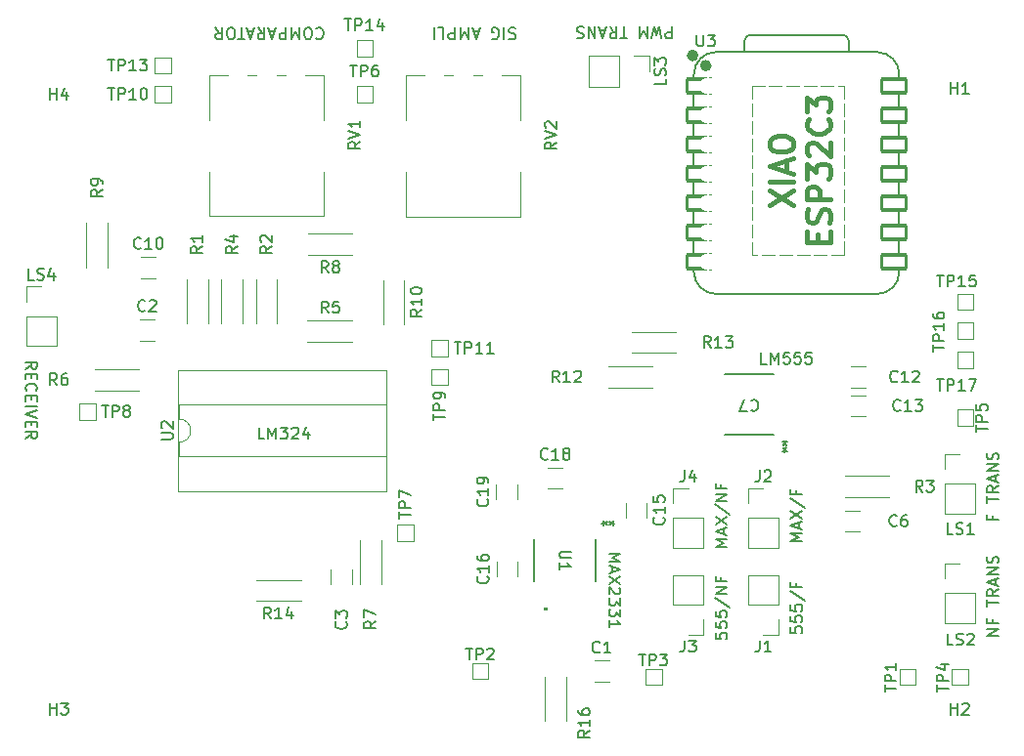
<source format=gto>
%TF.GenerationSoftware,KiCad,Pcbnew,8.0.3*%
%TF.CreationDate,2025-02-15T10:37:39+01:00*%
%TF.ProjectId,pcb_v0,7063625f-7630-42e6-9b69-6361645f7063,rev?*%
%TF.SameCoordinates,Original*%
%TF.FileFunction,Legend,Top*%
%TF.FilePolarity,Positive*%
%FSLAX46Y46*%
G04 Gerber Fmt 4.6, Leading zero omitted, Abs format (unit mm)*
G04 Created by KiCad (PCBNEW 8.0.3) date 2025-02-15 10:37:39*
%MOMM*%
%LPD*%
G01*
G04 APERTURE LIST*
G04 Aperture macros list*
%AMRoundRect*
0 Rectangle with rounded corners*
0 $1 Rounding radius*
0 $2 $3 $4 $5 $6 $7 $8 $9 X,Y pos of 4 corners*
0 Add a 4 corners polygon primitive as box body*
4,1,4,$2,$3,$4,$5,$6,$7,$8,$9,$2,$3,0*
0 Add four circle primitives for the rounded corners*
1,1,$1+$1,$2,$3*
1,1,$1+$1,$4,$5*
1,1,$1+$1,$6,$7*
1,1,$1+$1,$8,$9*
0 Add four rect primitives between the rounded corners*
20,1,$1+$1,$2,$3,$4,$5,0*
20,1,$1+$1,$4,$5,$6,$7,0*
20,1,$1+$1,$6,$7,$8,$9,0*
20,1,$1+$1,$8,$9,$2,$3,0*%
G04 Aperture macros list end*
%ADD10C,0.200000*%
%ADD11C,0.400000*%
%ADD12C,0.100000*%
%ADD13C,0.150000*%
%ADD14C,0.120000*%
%ADD15C,0.152400*%
%ADD16C,0.000000*%
%ADD17C,0.127000*%
%ADD18C,0.504000*%
%ADD19C,1.600000*%
%ADD20R,1.000000X1.000000*%
%ADD21C,1.400000*%
%ADD22O,1.400000X1.400000*%
%ADD23R,1.700000X1.700000*%
%ADD24O,1.700000X1.700000*%
%ADD25C,2.600000*%
%ADD26C,4.400000*%
%ADD27R,0.355600X1.778000*%
%ADD28R,1.663700X0.558800*%
%ADD29C,4.000000*%
%ADD30C,1.800000*%
%ADD31O,1.600000X2.400000*%
%ADD32R,1.600000X2.400000*%
%ADD33RoundRect,0.152400X1.063600X0.609600X-1.063600X0.609600X-1.063600X-0.609600X1.063600X-0.609600X0*%
%ADD34C,1.524000*%
%ADD35RoundRect,0.152400X-1.063600X-0.609600X1.063600X-0.609600X1.063600X0.609600X-1.063600X0.609600X0*%
G04 APERTURE END LIST*
D10*
X240367219Y-100190476D02*
X240367219Y-100666666D01*
X240367219Y-100666666D02*
X240843409Y-100714285D01*
X240843409Y-100714285D02*
X240795790Y-100666666D01*
X240795790Y-100666666D02*
X240748171Y-100571428D01*
X240748171Y-100571428D02*
X240748171Y-100333333D01*
X240748171Y-100333333D02*
X240795790Y-100238095D01*
X240795790Y-100238095D02*
X240843409Y-100190476D01*
X240843409Y-100190476D02*
X240938647Y-100142857D01*
X240938647Y-100142857D02*
X241176742Y-100142857D01*
X241176742Y-100142857D02*
X241271980Y-100190476D01*
X241271980Y-100190476D02*
X241319600Y-100238095D01*
X241319600Y-100238095D02*
X241367219Y-100333333D01*
X241367219Y-100333333D02*
X241367219Y-100571428D01*
X241367219Y-100571428D02*
X241319600Y-100666666D01*
X241319600Y-100666666D02*
X241271980Y-100714285D01*
X240367219Y-99238095D02*
X240367219Y-99714285D01*
X240367219Y-99714285D02*
X240843409Y-99761904D01*
X240843409Y-99761904D02*
X240795790Y-99714285D01*
X240795790Y-99714285D02*
X240748171Y-99619047D01*
X240748171Y-99619047D02*
X240748171Y-99380952D01*
X240748171Y-99380952D02*
X240795790Y-99285714D01*
X240795790Y-99285714D02*
X240843409Y-99238095D01*
X240843409Y-99238095D02*
X240938647Y-99190476D01*
X240938647Y-99190476D02*
X241176742Y-99190476D01*
X241176742Y-99190476D02*
X241271980Y-99238095D01*
X241271980Y-99238095D02*
X241319600Y-99285714D01*
X241319600Y-99285714D02*
X241367219Y-99380952D01*
X241367219Y-99380952D02*
X241367219Y-99619047D01*
X241367219Y-99619047D02*
X241319600Y-99714285D01*
X241319600Y-99714285D02*
X241271980Y-99761904D01*
X240367219Y-98285714D02*
X240367219Y-98761904D01*
X240367219Y-98761904D02*
X240843409Y-98809523D01*
X240843409Y-98809523D02*
X240795790Y-98761904D01*
X240795790Y-98761904D02*
X240748171Y-98666666D01*
X240748171Y-98666666D02*
X240748171Y-98428571D01*
X240748171Y-98428571D02*
X240795790Y-98333333D01*
X240795790Y-98333333D02*
X240843409Y-98285714D01*
X240843409Y-98285714D02*
X240938647Y-98238095D01*
X240938647Y-98238095D02*
X241176742Y-98238095D01*
X241176742Y-98238095D02*
X241271980Y-98285714D01*
X241271980Y-98285714D02*
X241319600Y-98333333D01*
X241319600Y-98333333D02*
X241367219Y-98428571D01*
X241367219Y-98428571D02*
X241367219Y-98666666D01*
X241367219Y-98666666D02*
X241319600Y-98761904D01*
X241319600Y-98761904D02*
X241271980Y-98809523D01*
X240319600Y-97095238D02*
X241605314Y-97952380D01*
X241367219Y-96761904D02*
X240367219Y-96761904D01*
X240367219Y-96761904D02*
X241367219Y-96190476D01*
X241367219Y-96190476D02*
X240367219Y-96190476D01*
X240843409Y-95380952D02*
X240843409Y-95714285D01*
X241367219Y-95714285D02*
X240367219Y-95714285D01*
X240367219Y-95714285D02*
X240367219Y-95238095D01*
X201309523Y-83367219D02*
X200833333Y-83367219D01*
X200833333Y-83367219D02*
X200833333Y-82367219D01*
X201642857Y-83367219D02*
X201642857Y-82367219D01*
X201642857Y-82367219D02*
X201976190Y-83081504D01*
X201976190Y-83081504D02*
X202309523Y-82367219D01*
X202309523Y-82367219D02*
X202309523Y-83367219D01*
X202690476Y-82367219D02*
X203309523Y-82367219D01*
X203309523Y-82367219D02*
X202976190Y-82748171D01*
X202976190Y-82748171D02*
X203119047Y-82748171D01*
X203119047Y-82748171D02*
X203214285Y-82795790D01*
X203214285Y-82795790D02*
X203261904Y-82843409D01*
X203261904Y-82843409D02*
X203309523Y-82938647D01*
X203309523Y-82938647D02*
X203309523Y-83176742D01*
X203309523Y-83176742D02*
X203261904Y-83271980D01*
X203261904Y-83271980D02*
X203214285Y-83319600D01*
X203214285Y-83319600D02*
X203119047Y-83367219D01*
X203119047Y-83367219D02*
X202833333Y-83367219D01*
X202833333Y-83367219D02*
X202738095Y-83319600D01*
X202738095Y-83319600D02*
X202690476Y-83271980D01*
X203690476Y-82462457D02*
X203738095Y-82414838D01*
X203738095Y-82414838D02*
X203833333Y-82367219D01*
X203833333Y-82367219D02*
X204071428Y-82367219D01*
X204071428Y-82367219D02*
X204166666Y-82414838D01*
X204166666Y-82414838D02*
X204214285Y-82462457D01*
X204214285Y-82462457D02*
X204261904Y-82557695D01*
X204261904Y-82557695D02*
X204261904Y-82652933D01*
X204261904Y-82652933D02*
X204214285Y-82795790D01*
X204214285Y-82795790D02*
X203642857Y-83367219D01*
X203642857Y-83367219D02*
X204261904Y-83367219D01*
X205119047Y-82700552D02*
X205119047Y-83367219D01*
X204880952Y-82319600D02*
X204642857Y-83033885D01*
X204642857Y-83033885D02*
X205261904Y-83033885D01*
X236595237Y-47632780D02*
X236595237Y-48632780D01*
X236595237Y-48632780D02*
X236214285Y-48632780D01*
X236214285Y-48632780D02*
X236119047Y-48585161D01*
X236119047Y-48585161D02*
X236071428Y-48537542D01*
X236071428Y-48537542D02*
X236023809Y-48442304D01*
X236023809Y-48442304D02*
X236023809Y-48299447D01*
X236023809Y-48299447D02*
X236071428Y-48204209D01*
X236071428Y-48204209D02*
X236119047Y-48156590D01*
X236119047Y-48156590D02*
X236214285Y-48108971D01*
X236214285Y-48108971D02*
X236595237Y-48108971D01*
X235690475Y-48632780D02*
X235452380Y-47632780D01*
X235452380Y-47632780D02*
X235261904Y-48347066D01*
X235261904Y-48347066D02*
X235071428Y-47632780D01*
X235071428Y-47632780D02*
X234833333Y-48632780D01*
X234452380Y-47632780D02*
X234452380Y-48632780D01*
X234452380Y-48632780D02*
X234119047Y-47918495D01*
X234119047Y-47918495D02*
X233785714Y-48632780D01*
X233785714Y-48632780D02*
X233785714Y-47632780D01*
X232690475Y-48632780D02*
X232119047Y-48632780D01*
X232404761Y-47632780D02*
X232404761Y-48632780D01*
X231214285Y-47632780D02*
X231547618Y-48108971D01*
X231785713Y-47632780D02*
X231785713Y-48632780D01*
X231785713Y-48632780D02*
X231404761Y-48632780D01*
X231404761Y-48632780D02*
X231309523Y-48585161D01*
X231309523Y-48585161D02*
X231261904Y-48537542D01*
X231261904Y-48537542D02*
X231214285Y-48442304D01*
X231214285Y-48442304D02*
X231214285Y-48299447D01*
X231214285Y-48299447D02*
X231261904Y-48204209D01*
X231261904Y-48204209D02*
X231309523Y-48156590D01*
X231309523Y-48156590D02*
X231404761Y-48108971D01*
X231404761Y-48108971D02*
X231785713Y-48108971D01*
X230833332Y-47918495D02*
X230357142Y-47918495D01*
X230928570Y-47632780D02*
X230595237Y-48632780D01*
X230595237Y-48632780D02*
X230261904Y-47632780D01*
X229928570Y-47632780D02*
X229928570Y-48632780D01*
X229928570Y-48632780D02*
X229357142Y-47632780D01*
X229357142Y-47632780D02*
X229357142Y-48632780D01*
X228928570Y-47680400D02*
X228785713Y-47632780D01*
X228785713Y-47632780D02*
X228547618Y-47632780D01*
X228547618Y-47632780D02*
X228452380Y-47680400D01*
X228452380Y-47680400D02*
X228404761Y-47728019D01*
X228404761Y-47728019D02*
X228357142Y-47823257D01*
X228357142Y-47823257D02*
X228357142Y-47918495D01*
X228357142Y-47918495D02*
X228404761Y-48013733D01*
X228404761Y-48013733D02*
X228452380Y-48061352D01*
X228452380Y-48061352D02*
X228547618Y-48108971D01*
X228547618Y-48108971D02*
X228738094Y-48156590D01*
X228738094Y-48156590D02*
X228833332Y-48204209D01*
X228833332Y-48204209D02*
X228880951Y-48251828D01*
X228880951Y-48251828D02*
X228928570Y-48347066D01*
X228928570Y-48347066D02*
X228928570Y-48442304D01*
X228928570Y-48442304D02*
X228880951Y-48537542D01*
X228880951Y-48537542D02*
X228833332Y-48585161D01*
X228833332Y-48585161D02*
X228738094Y-48632780D01*
X228738094Y-48632780D02*
X228499999Y-48632780D01*
X228499999Y-48632780D02*
X228357142Y-48585161D01*
X241367219Y-92714285D02*
X240367219Y-92714285D01*
X240367219Y-92714285D02*
X241081504Y-92380952D01*
X241081504Y-92380952D02*
X240367219Y-92047619D01*
X240367219Y-92047619D02*
X241367219Y-92047619D01*
X241081504Y-91619047D02*
X241081504Y-91142857D01*
X241367219Y-91714285D02*
X240367219Y-91380952D01*
X240367219Y-91380952D02*
X241367219Y-91047619D01*
X240367219Y-90809523D02*
X241367219Y-90142857D01*
X240367219Y-90142857D02*
X241367219Y-90809523D01*
X240319600Y-89047619D02*
X241605314Y-89904761D01*
X241367219Y-88714285D02*
X240367219Y-88714285D01*
X240367219Y-88714285D02*
X241367219Y-88142857D01*
X241367219Y-88142857D02*
X240367219Y-88142857D01*
X240843409Y-87333333D02*
X240843409Y-87666666D01*
X241367219Y-87666666D02*
X240367219Y-87666666D01*
X240367219Y-87666666D02*
X240367219Y-87190476D01*
X231132780Y-93357143D02*
X232132780Y-93357143D01*
X232132780Y-93357143D02*
X231418495Y-93690476D01*
X231418495Y-93690476D02*
X232132780Y-94023809D01*
X232132780Y-94023809D02*
X231132780Y-94023809D01*
X231418495Y-94452381D02*
X231418495Y-94928571D01*
X231132780Y-94357143D02*
X232132780Y-94690476D01*
X232132780Y-94690476D02*
X231132780Y-95023809D01*
X232132780Y-95261905D02*
X231132780Y-95928571D01*
X232132780Y-95928571D02*
X231132780Y-95261905D01*
X232037542Y-96261905D02*
X232085161Y-96309524D01*
X232085161Y-96309524D02*
X232132780Y-96404762D01*
X232132780Y-96404762D02*
X232132780Y-96642857D01*
X232132780Y-96642857D02*
X232085161Y-96738095D01*
X232085161Y-96738095D02*
X232037542Y-96785714D01*
X232037542Y-96785714D02*
X231942304Y-96833333D01*
X231942304Y-96833333D02*
X231847066Y-96833333D01*
X231847066Y-96833333D02*
X231704209Y-96785714D01*
X231704209Y-96785714D02*
X231132780Y-96214286D01*
X231132780Y-96214286D02*
X231132780Y-96833333D01*
X232132780Y-97166667D02*
X232132780Y-97785714D01*
X232132780Y-97785714D02*
X231751828Y-97452381D01*
X231751828Y-97452381D02*
X231751828Y-97595238D01*
X231751828Y-97595238D02*
X231704209Y-97690476D01*
X231704209Y-97690476D02*
X231656590Y-97738095D01*
X231656590Y-97738095D02*
X231561352Y-97785714D01*
X231561352Y-97785714D02*
X231323257Y-97785714D01*
X231323257Y-97785714D02*
X231228019Y-97738095D01*
X231228019Y-97738095D02*
X231180400Y-97690476D01*
X231180400Y-97690476D02*
X231132780Y-97595238D01*
X231132780Y-97595238D02*
X231132780Y-97309524D01*
X231132780Y-97309524D02*
X231180400Y-97214286D01*
X231180400Y-97214286D02*
X231228019Y-97166667D01*
X232132780Y-98119048D02*
X232132780Y-98738095D01*
X232132780Y-98738095D02*
X231751828Y-98404762D01*
X231751828Y-98404762D02*
X231751828Y-98547619D01*
X231751828Y-98547619D02*
X231704209Y-98642857D01*
X231704209Y-98642857D02*
X231656590Y-98690476D01*
X231656590Y-98690476D02*
X231561352Y-98738095D01*
X231561352Y-98738095D02*
X231323257Y-98738095D01*
X231323257Y-98738095D02*
X231228019Y-98690476D01*
X231228019Y-98690476D02*
X231180400Y-98642857D01*
X231180400Y-98642857D02*
X231132780Y-98547619D01*
X231132780Y-98547619D02*
X231132780Y-98261905D01*
X231132780Y-98261905D02*
X231180400Y-98166667D01*
X231180400Y-98166667D02*
X231228019Y-98119048D01*
X231132780Y-99690476D02*
X231132780Y-99119048D01*
X231132780Y-99404762D02*
X232132780Y-99404762D01*
X232132780Y-99404762D02*
X231989923Y-99309524D01*
X231989923Y-99309524D02*
X231894685Y-99214286D01*
X231894685Y-99214286D02*
X231847066Y-99119048D01*
X244809523Y-76867219D02*
X244333333Y-76867219D01*
X244333333Y-76867219D02*
X244333333Y-75867219D01*
X245142857Y-76867219D02*
X245142857Y-75867219D01*
X245142857Y-75867219D02*
X245476190Y-76581504D01*
X245476190Y-76581504D02*
X245809523Y-75867219D01*
X245809523Y-75867219D02*
X245809523Y-76867219D01*
X246761904Y-75867219D02*
X246285714Y-75867219D01*
X246285714Y-75867219D02*
X246238095Y-76343409D01*
X246238095Y-76343409D02*
X246285714Y-76295790D01*
X246285714Y-76295790D02*
X246380952Y-76248171D01*
X246380952Y-76248171D02*
X246619047Y-76248171D01*
X246619047Y-76248171D02*
X246714285Y-76295790D01*
X246714285Y-76295790D02*
X246761904Y-76343409D01*
X246761904Y-76343409D02*
X246809523Y-76438647D01*
X246809523Y-76438647D02*
X246809523Y-76676742D01*
X246809523Y-76676742D02*
X246761904Y-76771980D01*
X246761904Y-76771980D02*
X246714285Y-76819600D01*
X246714285Y-76819600D02*
X246619047Y-76867219D01*
X246619047Y-76867219D02*
X246380952Y-76867219D01*
X246380952Y-76867219D02*
X246285714Y-76819600D01*
X246285714Y-76819600D02*
X246238095Y-76771980D01*
X247714285Y-75867219D02*
X247238095Y-75867219D01*
X247238095Y-75867219D02*
X247190476Y-76343409D01*
X247190476Y-76343409D02*
X247238095Y-76295790D01*
X247238095Y-76295790D02*
X247333333Y-76248171D01*
X247333333Y-76248171D02*
X247571428Y-76248171D01*
X247571428Y-76248171D02*
X247666666Y-76295790D01*
X247666666Y-76295790D02*
X247714285Y-76343409D01*
X247714285Y-76343409D02*
X247761904Y-76438647D01*
X247761904Y-76438647D02*
X247761904Y-76676742D01*
X247761904Y-76676742D02*
X247714285Y-76771980D01*
X247714285Y-76771980D02*
X247666666Y-76819600D01*
X247666666Y-76819600D02*
X247571428Y-76867219D01*
X247571428Y-76867219D02*
X247333333Y-76867219D01*
X247333333Y-76867219D02*
X247238095Y-76819600D01*
X247238095Y-76819600D02*
X247190476Y-76771980D01*
X248666666Y-75867219D02*
X248190476Y-75867219D01*
X248190476Y-75867219D02*
X248142857Y-76343409D01*
X248142857Y-76343409D02*
X248190476Y-76295790D01*
X248190476Y-76295790D02*
X248285714Y-76248171D01*
X248285714Y-76248171D02*
X248523809Y-76248171D01*
X248523809Y-76248171D02*
X248619047Y-76295790D01*
X248619047Y-76295790D02*
X248666666Y-76343409D01*
X248666666Y-76343409D02*
X248714285Y-76438647D01*
X248714285Y-76438647D02*
X248714285Y-76676742D01*
X248714285Y-76676742D02*
X248666666Y-76771980D01*
X248666666Y-76771980D02*
X248619047Y-76819600D01*
X248619047Y-76819600D02*
X248523809Y-76867219D01*
X248523809Y-76867219D02*
X248285714Y-76867219D01*
X248285714Y-76867219D02*
X248190476Y-76819600D01*
X248190476Y-76819600D02*
X248142857Y-76771980D01*
X264867219Y-100404761D02*
X263867219Y-100404761D01*
X263867219Y-100404761D02*
X264867219Y-99833333D01*
X264867219Y-99833333D02*
X263867219Y-99833333D01*
X264343409Y-99023809D02*
X264343409Y-99357142D01*
X264867219Y-99357142D02*
X263867219Y-99357142D01*
X263867219Y-99357142D02*
X263867219Y-98880952D01*
X263867219Y-97880951D02*
X263867219Y-97309523D01*
X264867219Y-97595237D02*
X263867219Y-97595237D01*
X264867219Y-96404761D02*
X264391028Y-96738094D01*
X264867219Y-96976189D02*
X263867219Y-96976189D01*
X263867219Y-96976189D02*
X263867219Y-96595237D01*
X263867219Y-96595237D02*
X263914838Y-96499999D01*
X263914838Y-96499999D02*
X263962457Y-96452380D01*
X263962457Y-96452380D02*
X264057695Y-96404761D01*
X264057695Y-96404761D02*
X264200552Y-96404761D01*
X264200552Y-96404761D02*
X264295790Y-96452380D01*
X264295790Y-96452380D02*
X264343409Y-96499999D01*
X264343409Y-96499999D02*
X264391028Y-96595237D01*
X264391028Y-96595237D02*
X264391028Y-96976189D01*
X264581504Y-96023808D02*
X264581504Y-95547618D01*
X264867219Y-96119046D02*
X263867219Y-95785713D01*
X263867219Y-95785713D02*
X264867219Y-95452380D01*
X264867219Y-95119046D02*
X263867219Y-95119046D01*
X263867219Y-95119046D02*
X264867219Y-94547618D01*
X264867219Y-94547618D02*
X263867219Y-94547618D01*
X264819600Y-94119046D02*
X264867219Y-93976189D01*
X264867219Y-93976189D02*
X264867219Y-93738094D01*
X264867219Y-93738094D02*
X264819600Y-93642856D01*
X264819600Y-93642856D02*
X264771980Y-93595237D01*
X264771980Y-93595237D02*
X264676742Y-93547618D01*
X264676742Y-93547618D02*
X264581504Y-93547618D01*
X264581504Y-93547618D02*
X264486266Y-93595237D01*
X264486266Y-93595237D02*
X264438647Y-93642856D01*
X264438647Y-93642856D02*
X264391028Y-93738094D01*
X264391028Y-93738094D02*
X264343409Y-93928570D01*
X264343409Y-93928570D02*
X264295790Y-94023808D01*
X264295790Y-94023808D02*
X264248171Y-94071427D01*
X264248171Y-94071427D02*
X264152933Y-94119046D01*
X264152933Y-94119046D02*
X264057695Y-94119046D01*
X264057695Y-94119046D02*
X263962457Y-94071427D01*
X263962457Y-94071427D02*
X263914838Y-94023808D01*
X263914838Y-94023808D02*
X263867219Y-93928570D01*
X263867219Y-93928570D02*
X263867219Y-93690475D01*
X263867219Y-93690475D02*
X263914838Y-93547618D01*
X247867219Y-92190475D02*
X246867219Y-92190475D01*
X246867219Y-92190475D02*
X247581504Y-91857142D01*
X247581504Y-91857142D02*
X246867219Y-91523809D01*
X246867219Y-91523809D02*
X247867219Y-91523809D01*
X247581504Y-91095237D02*
X247581504Y-90619047D01*
X247867219Y-91190475D02*
X246867219Y-90857142D01*
X246867219Y-90857142D02*
X247867219Y-90523809D01*
X246867219Y-90285713D02*
X247867219Y-89619047D01*
X246867219Y-89619047D02*
X247867219Y-90285713D01*
X246819600Y-88523809D02*
X248105314Y-89380951D01*
X247343409Y-87857142D02*
X247343409Y-88190475D01*
X247867219Y-88190475D02*
X246867219Y-88190475D01*
X246867219Y-88190475D02*
X246867219Y-87714285D01*
X246867219Y-99666666D02*
X246867219Y-100142856D01*
X246867219Y-100142856D02*
X247343409Y-100190475D01*
X247343409Y-100190475D02*
X247295790Y-100142856D01*
X247295790Y-100142856D02*
X247248171Y-100047618D01*
X247248171Y-100047618D02*
X247248171Y-99809523D01*
X247248171Y-99809523D02*
X247295790Y-99714285D01*
X247295790Y-99714285D02*
X247343409Y-99666666D01*
X247343409Y-99666666D02*
X247438647Y-99619047D01*
X247438647Y-99619047D02*
X247676742Y-99619047D01*
X247676742Y-99619047D02*
X247771980Y-99666666D01*
X247771980Y-99666666D02*
X247819600Y-99714285D01*
X247819600Y-99714285D02*
X247867219Y-99809523D01*
X247867219Y-99809523D02*
X247867219Y-100047618D01*
X247867219Y-100047618D02*
X247819600Y-100142856D01*
X247819600Y-100142856D02*
X247771980Y-100190475D01*
X246867219Y-98714285D02*
X246867219Y-99190475D01*
X246867219Y-99190475D02*
X247343409Y-99238094D01*
X247343409Y-99238094D02*
X247295790Y-99190475D01*
X247295790Y-99190475D02*
X247248171Y-99095237D01*
X247248171Y-99095237D02*
X247248171Y-98857142D01*
X247248171Y-98857142D02*
X247295790Y-98761904D01*
X247295790Y-98761904D02*
X247343409Y-98714285D01*
X247343409Y-98714285D02*
X247438647Y-98666666D01*
X247438647Y-98666666D02*
X247676742Y-98666666D01*
X247676742Y-98666666D02*
X247771980Y-98714285D01*
X247771980Y-98714285D02*
X247819600Y-98761904D01*
X247819600Y-98761904D02*
X247867219Y-98857142D01*
X247867219Y-98857142D02*
X247867219Y-99095237D01*
X247867219Y-99095237D02*
X247819600Y-99190475D01*
X247819600Y-99190475D02*
X247771980Y-99238094D01*
X246867219Y-97761904D02*
X246867219Y-98238094D01*
X246867219Y-98238094D02*
X247343409Y-98285713D01*
X247343409Y-98285713D02*
X247295790Y-98238094D01*
X247295790Y-98238094D02*
X247248171Y-98142856D01*
X247248171Y-98142856D02*
X247248171Y-97904761D01*
X247248171Y-97904761D02*
X247295790Y-97809523D01*
X247295790Y-97809523D02*
X247343409Y-97761904D01*
X247343409Y-97761904D02*
X247438647Y-97714285D01*
X247438647Y-97714285D02*
X247676742Y-97714285D01*
X247676742Y-97714285D02*
X247771980Y-97761904D01*
X247771980Y-97761904D02*
X247819600Y-97809523D01*
X247819600Y-97809523D02*
X247867219Y-97904761D01*
X247867219Y-97904761D02*
X247867219Y-98142856D01*
X247867219Y-98142856D02*
X247819600Y-98238094D01*
X247819600Y-98238094D02*
X247771980Y-98285713D01*
X246819600Y-96571428D02*
X248105314Y-97428570D01*
X247343409Y-95904761D02*
X247343409Y-96238094D01*
X247867219Y-96238094D02*
X246867219Y-96238094D01*
X246867219Y-96238094D02*
X246867219Y-95761904D01*
X180632780Y-77285714D02*
X181108971Y-76952381D01*
X180632780Y-76714286D02*
X181632780Y-76714286D01*
X181632780Y-76714286D02*
X181632780Y-77095238D01*
X181632780Y-77095238D02*
X181585161Y-77190476D01*
X181585161Y-77190476D02*
X181537542Y-77238095D01*
X181537542Y-77238095D02*
X181442304Y-77285714D01*
X181442304Y-77285714D02*
X181299447Y-77285714D01*
X181299447Y-77285714D02*
X181204209Y-77238095D01*
X181204209Y-77238095D02*
X181156590Y-77190476D01*
X181156590Y-77190476D02*
X181108971Y-77095238D01*
X181108971Y-77095238D02*
X181108971Y-76714286D01*
X181156590Y-77714286D02*
X181156590Y-78047619D01*
X180632780Y-78190476D02*
X180632780Y-77714286D01*
X180632780Y-77714286D02*
X181632780Y-77714286D01*
X181632780Y-77714286D02*
X181632780Y-78190476D01*
X180728019Y-79190476D02*
X180680400Y-79142857D01*
X180680400Y-79142857D02*
X180632780Y-79000000D01*
X180632780Y-79000000D02*
X180632780Y-78904762D01*
X180632780Y-78904762D02*
X180680400Y-78761905D01*
X180680400Y-78761905D02*
X180775638Y-78666667D01*
X180775638Y-78666667D02*
X180870876Y-78619048D01*
X180870876Y-78619048D02*
X181061352Y-78571429D01*
X181061352Y-78571429D02*
X181204209Y-78571429D01*
X181204209Y-78571429D02*
X181394685Y-78619048D01*
X181394685Y-78619048D02*
X181489923Y-78666667D01*
X181489923Y-78666667D02*
X181585161Y-78761905D01*
X181585161Y-78761905D02*
X181632780Y-78904762D01*
X181632780Y-78904762D02*
X181632780Y-79000000D01*
X181632780Y-79000000D02*
X181585161Y-79142857D01*
X181585161Y-79142857D02*
X181537542Y-79190476D01*
X181156590Y-79619048D02*
X181156590Y-79952381D01*
X180632780Y-80095238D02*
X180632780Y-79619048D01*
X180632780Y-79619048D02*
X181632780Y-79619048D01*
X181632780Y-79619048D02*
X181632780Y-80095238D01*
X180632780Y-80523810D02*
X181632780Y-80523810D01*
X181632780Y-80857143D02*
X180632780Y-81190476D01*
X180632780Y-81190476D02*
X181632780Y-81523809D01*
X181156590Y-81857143D02*
X181156590Y-82190476D01*
X180632780Y-82333333D02*
X180632780Y-81857143D01*
X180632780Y-81857143D02*
X181632780Y-81857143D01*
X181632780Y-81857143D02*
X181632780Y-82333333D01*
X180632780Y-83333333D02*
X181108971Y-83000000D01*
X180632780Y-82761905D02*
X181632780Y-82761905D01*
X181632780Y-82761905D02*
X181632780Y-83142857D01*
X181632780Y-83142857D02*
X181585161Y-83238095D01*
X181585161Y-83238095D02*
X181537542Y-83285714D01*
X181537542Y-83285714D02*
X181442304Y-83333333D01*
X181442304Y-83333333D02*
X181299447Y-83333333D01*
X181299447Y-83333333D02*
X181204209Y-83285714D01*
X181204209Y-83285714D02*
X181156590Y-83238095D01*
X181156590Y-83238095D02*
X181108971Y-83142857D01*
X181108971Y-83142857D02*
X181108971Y-82761905D01*
X264343409Y-90047619D02*
X264343409Y-90380952D01*
X264867219Y-90380952D02*
X263867219Y-90380952D01*
X263867219Y-90380952D02*
X263867219Y-89904762D01*
X263867219Y-88904761D02*
X263867219Y-88333333D01*
X264867219Y-88619047D02*
X263867219Y-88619047D01*
X264867219Y-87428571D02*
X264391028Y-87761904D01*
X264867219Y-87999999D02*
X263867219Y-87999999D01*
X263867219Y-87999999D02*
X263867219Y-87619047D01*
X263867219Y-87619047D02*
X263914838Y-87523809D01*
X263914838Y-87523809D02*
X263962457Y-87476190D01*
X263962457Y-87476190D02*
X264057695Y-87428571D01*
X264057695Y-87428571D02*
X264200552Y-87428571D01*
X264200552Y-87428571D02*
X264295790Y-87476190D01*
X264295790Y-87476190D02*
X264343409Y-87523809D01*
X264343409Y-87523809D02*
X264391028Y-87619047D01*
X264391028Y-87619047D02*
X264391028Y-87999999D01*
X264581504Y-87047618D02*
X264581504Y-86571428D01*
X264867219Y-87142856D02*
X263867219Y-86809523D01*
X263867219Y-86809523D02*
X264867219Y-86476190D01*
X264867219Y-86142856D02*
X263867219Y-86142856D01*
X263867219Y-86142856D02*
X264867219Y-85571428D01*
X264867219Y-85571428D02*
X263867219Y-85571428D01*
X264819600Y-85142856D02*
X264867219Y-84999999D01*
X264867219Y-84999999D02*
X264867219Y-84761904D01*
X264867219Y-84761904D02*
X264819600Y-84666666D01*
X264819600Y-84666666D02*
X264771980Y-84619047D01*
X264771980Y-84619047D02*
X264676742Y-84571428D01*
X264676742Y-84571428D02*
X264581504Y-84571428D01*
X264581504Y-84571428D02*
X264486266Y-84619047D01*
X264486266Y-84619047D02*
X264438647Y-84666666D01*
X264438647Y-84666666D02*
X264391028Y-84761904D01*
X264391028Y-84761904D02*
X264343409Y-84952380D01*
X264343409Y-84952380D02*
X264295790Y-85047618D01*
X264295790Y-85047618D02*
X264248171Y-85095237D01*
X264248171Y-85095237D02*
X264152933Y-85142856D01*
X264152933Y-85142856D02*
X264057695Y-85142856D01*
X264057695Y-85142856D02*
X263962457Y-85095237D01*
X263962457Y-85095237D02*
X263914838Y-85047618D01*
X263914838Y-85047618D02*
X263867219Y-84952380D01*
X263867219Y-84952380D02*
X263867219Y-84714285D01*
X263867219Y-84714285D02*
X263914838Y-84571428D01*
D11*
X245063603Y-63129308D02*
X247063603Y-61795975D01*
X245063603Y-61795975D02*
X247063603Y-63129308D01*
X247063603Y-61034070D02*
X245063603Y-61034070D01*
X246492174Y-60176927D02*
X246492174Y-59224546D01*
X247063603Y-60367403D02*
X245063603Y-59700737D01*
X245063603Y-59700737D02*
X247063603Y-59034070D01*
X245063603Y-57986451D02*
X245063603Y-57605498D01*
X245063603Y-57605498D02*
X245158841Y-57415022D01*
X245158841Y-57415022D02*
X245349317Y-57224546D01*
X245349317Y-57224546D02*
X245730269Y-57129308D01*
X245730269Y-57129308D02*
X246396936Y-57129308D01*
X246396936Y-57129308D02*
X246777888Y-57224546D01*
X246777888Y-57224546D02*
X246968365Y-57415022D01*
X246968365Y-57415022D02*
X247063603Y-57605498D01*
X247063603Y-57605498D02*
X247063603Y-57986451D01*
X247063603Y-57986451D02*
X246968365Y-58176927D01*
X246968365Y-58176927D02*
X246777888Y-58367403D01*
X246777888Y-58367403D02*
X246396936Y-58462641D01*
X246396936Y-58462641D02*
X245730269Y-58462641D01*
X245730269Y-58462641D02*
X245349317Y-58367403D01*
X245349317Y-58367403D02*
X245158841Y-58176927D01*
X245158841Y-58176927D02*
X245063603Y-57986451D01*
X249235872Y-66319785D02*
X249235872Y-65653118D01*
X250283491Y-65367404D02*
X250283491Y-66319785D01*
X250283491Y-66319785D02*
X248283491Y-66319785D01*
X248283491Y-66319785D02*
X248283491Y-65367404D01*
X250188253Y-64605499D02*
X250283491Y-64319785D01*
X250283491Y-64319785D02*
X250283491Y-63843594D01*
X250283491Y-63843594D02*
X250188253Y-63653118D01*
X250188253Y-63653118D02*
X250093014Y-63557880D01*
X250093014Y-63557880D02*
X249902538Y-63462642D01*
X249902538Y-63462642D02*
X249712062Y-63462642D01*
X249712062Y-63462642D02*
X249521586Y-63557880D01*
X249521586Y-63557880D02*
X249426348Y-63653118D01*
X249426348Y-63653118D02*
X249331110Y-63843594D01*
X249331110Y-63843594D02*
X249235872Y-64224547D01*
X249235872Y-64224547D02*
X249140633Y-64415023D01*
X249140633Y-64415023D02*
X249045395Y-64510261D01*
X249045395Y-64510261D02*
X248854919Y-64605499D01*
X248854919Y-64605499D02*
X248664443Y-64605499D01*
X248664443Y-64605499D02*
X248473967Y-64510261D01*
X248473967Y-64510261D02*
X248378729Y-64415023D01*
X248378729Y-64415023D02*
X248283491Y-64224547D01*
X248283491Y-64224547D02*
X248283491Y-63748356D01*
X248283491Y-63748356D02*
X248378729Y-63462642D01*
X250283491Y-62605499D02*
X248283491Y-62605499D01*
X248283491Y-62605499D02*
X248283491Y-61843594D01*
X248283491Y-61843594D02*
X248378729Y-61653118D01*
X248378729Y-61653118D02*
X248473967Y-61557880D01*
X248473967Y-61557880D02*
X248664443Y-61462642D01*
X248664443Y-61462642D02*
X248950157Y-61462642D01*
X248950157Y-61462642D02*
X249140633Y-61557880D01*
X249140633Y-61557880D02*
X249235872Y-61653118D01*
X249235872Y-61653118D02*
X249331110Y-61843594D01*
X249331110Y-61843594D02*
X249331110Y-62605499D01*
X248283491Y-60795975D02*
X248283491Y-59557880D01*
X248283491Y-59557880D02*
X249045395Y-60224547D01*
X249045395Y-60224547D02*
X249045395Y-59938832D01*
X249045395Y-59938832D02*
X249140633Y-59748356D01*
X249140633Y-59748356D02*
X249235872Y-59653118D01*
X249235872Y-59653118D02*
X249426348Y-59557880D01*
X249426348Y-59557880D02*
X249902538Y-59557880D01*
X249902538Y-59557880D02*
X250093014Y-59653118D01*
X250093014Y-59653118D02*
X250188253Y-59748356D01*
X250188253Y-59748356D02*
X250283491Y-59938832D01*
X250283491Y-59938832D02*
X250283491Y-60510261D01*
X250283491Y-60510261D02*
X250188253Y-60700737D01*
X250188253Y-60700737D02*
X250093014Y-60795975D01*
X248473967Y-58795975D02*
X248378729Y-58700737D01*
X248378729Y-58700737D02*
X248283491Y-58510261D01*
X248283491Y-58510261D02*
X248283491Y-58034070D01*
X248283491Y-58034070D02*
X248378729Y-57843594D01*
X248378729Y-57843594D02*
X248473967Y-57748356D01*
X248473967Y-57748356D02*
X248664443Y-57653118D01*
X248664443Y-57653118D02*
X248854919Y-57653118D01*
X248854919Y-57653118D02*
X249140633Y-57748356D01*
X249140633Y-57748356D02*
X250283491Y-58891213D01*
X250283491Y-58891213D02*
X250283491Y-57653118D01*
X250093014Y-55653118D02*
X250188253Y-55748356D01*
X250188253Y-55748356D02*
X250283491Y-56034070D01*
X250283491Y-56034070D02*
X250283491Y-56224546D01*
X250283491Y-56224546D02*
X250188253Y-56510261D01*
X250188253Y-56510261D02*
X249997776Y-56700737D01*
X249997776Y-56700737D02*
X249807300Y-56795975D01*
X249807300Y-56795975D02*
X249426348Y-56891213D01*
X249426348Y-56891213D02*
X249140633Y-56891213D01*
X249140633Y-56891213D02*
X248759681Y-56795975D01*
X248759681Y-56795975D02*
X248569205Y-56700737D01*
X248569205Y-56700737D02*
X248378729Y-56510261D01*
X248378729Y-56510261D02*
X248283491Y-56224546D01*
X248283491Y-56224546D02*
X248283491Y-56034070D01*
X248283491Y-56034070D02*
X248378729Y-55748356D01*
X248378729Y-55748356D02*
X248473967Y-55653118D01*
X248283491Y-54986451D02*
X248283491Y-53748356D01*
X248283491Y-53748356D02*
X249045395Y-54415023D01*
X249045395Y-54415023D02*
X249045395Y-54129308D01*
X249045395Y-54129308D02*
X249140633Y-53938832D01*
X249140633Y-53938832D02*
X249235872Y-53843594D01*
X249235872Y-53843594D02*
X249426348Y-53748356D01*
X249426348Y-53748356D02*
X249902538Y-53748356D01*
X249902538Y-53748356D02*
X250093014Y-53843594D01*
X250093014Y-53843594D02*
X250188253Y-53938832D01*
X250188253Y-53938832D02*
X250283491Y-54129308D01*
X250283491Y-54129308D02*
X250283491Y-54700737D01*
X250283491Y-54700737D02*
X250188253Y-54891213D01*
X250188253Y-54891213D02*
X250093014Y-54986451D01*
D12*
X243489165Y-52755490D02*
X244589165Y-52755490D01*
X244989165Y-52755490D02*
X246089165Y-52755490D01*
X246489165Y-52755490D02*
X247589165Y-52755490D01*
X247989165Y-52755490D02*
X249089165Y-52755490D01*
X249489165Y-52755490D02*
X250589165Y-52755490D01*
X250989165Y-52755490D02*
X251489165Y-52755490D01*
X251489165Y-52755490D02*
X251489165Y-53855490D01*
X251489165Y-54255490D02*
X251489165Y-55355490D01*
X251489165Y-55755490D02*
X251489165Y-56855490D01*
X251489165Y-57255490D02*
X251489165Y-58355490D01*
X251489165Y-58755490D02*
X251489165Y-59855490D01*
X251489165Y-60255490D02*
X251489165Y-61355490D01*
X251489165Y-61755490D02*
X251489165Y-62855490D01*
X251489165Y-63255490D02*
X251489165Y-64355490D01*
X251489165Y-64755490D02*
X251489165Y-65855490D01*
X251489165Y-66255490D02*
X251489165Y-67355490D01*
X251489165Y-67407890D02*
X250389165Y-67407890D01*
X249989165Y-67407890D02*
X248889165Y-67407890D01*
X248489165Y-67407890D02*
X247389165Y-67407890D01*
X246989165Y-67407890D02*
X245889165Y-67407890D01*
X245489165Y-67407890D02*
X244389165Y-67407890D01*
X243989165Y-67407890D02*
X243489165Y-67407890D01*
X243489165Y-67407890D02*
X243489165Y-66307890D01*
X243489165Y-65907890D02*
X243489165Y-64807890D01*
X243489165Y-64407890D02*
X243489165Y-63307890D01*
X243489165Y-62907890D02*
X243489165Y-61807890D01*
X243489165Y-61407890D02*
X243489165Y-60307890D01*
X243489165Y-59907890D02*
X243489165Y-58807890D01*
X243489165Y-58407890D02*
X243489165Y-57307890D01*
X243489165Y-56907890D02*
X243489165Y-55807890D01*
X243489165Y-55407890D02*
X243489165Y-54307890D01*
X243489165Y-53907890D02*
X243489165Y-52807890D01*
D10*
X223047618Y-47760400D02*
X222904761Y-47712780D01*
X222904761Y-47712780D02*
X222666666Y-47712780D01*
X222666666Y-47712780D02*
X222571428Y-47760400D01*
X222571428Y-47760400D02*
X222523809Y-47808019D01*
X222523809Y-47808019D02*
X222476190Y-47903257D01*
X222476190Y-47903257D02*
X222476190Y-47998495D01*
X222476190Y-47998495D02*
X222523809Y-48093733D01*
X222523809Y-48093733D02*
X222571428Y-48141352D01*
X222571428Y-48141352D02*
X222666666Y-48188971D01*
X222666666Y-48188971D02*
X222857142Y-48236590D01*
X222857142Y-48236590D02*
X222952380Y-48284209D01*
X222952380Y-48284209D02*
X222999999Y-48331828D01*
X222999999Y-48331828D02*
X223047618Y-48427066D01*
X223047618Y-48427066D02*
X223047618Y-48522304D01*
X223047618Y-48522304D02*
X222999999Y-48617542D01*
X222999999Y-48617542D02*
X222952380Y-48665161D01*
X222952380Y-48665161D02*
X222857142Y-48712780D01*
X222857142Y-48712780D02*
X222619047Y-48712780D01*
X222619047Y-48712780D02*
X222476190Y-48665161D01*
X222047618Y-47712780D02*
X222047618Y-48712780D01*
X221047619Y-48665161D02*
X221142857Y-48712780D01*
X221142857Y-48712780D02*
X221285714Y-48712780D01*
X221285714Y-48712780D02*
X221428571Y-48665161D01*
X221428571Y-48665161D02*
X221523809Y-48569923D01*
X221523809Y-48569923D02*
X221571428Y-48474685D01*
X221571428Y-48474685D02*
X221619047Y-48284209D01*
X221619047Y-48284209D02*
X221619047Y-48141352D01*
X221619047Y-48141352D02*
X221571428Y-47950876D01*
X221571428Y-47950876D02*
X221523809Y-47855638D01*
X221523809Y-47855638D02*
X221428571Y-47760400D01*
X221428571Y-47760400D02*
X221285714Y-47712780D01*
X221285714Y-47712780D02*
X221190476Y-47712780D01*
X221190476Y-47712780D02*
X221047619Y-47760400D01*
X221047619Y-47760400D02*
X221000000Y-47808019D01*
X221000000Y-47808019D02*
X221000000Y-48141352D01*
X221000000Y-48141352D02*
X221190476Y-48141352D01*
X219857142Y-47998495D02*
X219380952Y-47998495D01*
X219952380Y-47712780D02*
X219619047Y-48712780D01*
X219619047Y-48712780D02*
X219285714Y-47712780D01*
X218952380Y-47712780D02*
X218952380Y-48712780D01*
X218952380Y-48712780D02*
X218619047Y-47998495D01*
X218619047Y-47998495D02*
X218285714Y-48712780D01*
X218285714Y-48712780D02*
X218285714Y-47712780D01*
X217809523Y-47712780D02*
X217809523Y-48712780D01*
X217809523Y-48712780D02*
X217428571Y-48712780D01*
X217428571Y-48712780D02*
X217333333Y-48665161D01*
X217333333Y-48665161D02*
X217285714Y-48617542D01*
X217285714Y-48617542D02*
X217238095Y-48522304D01*
X217238095Y-48522304D02*
X217238095Y-48379447D01*
X217238095Y-48379447D02*
X217285714Y-48284209D01*
X217285714Y-48284209D02*
X217333333Y-48236590D01*
X217333333Y-48236590D02*
X217428571Y-48188971D01*
X217428571Y-48188971D02*
X217809523Y-48188971D01*
X216333333Y-47712780D02*
X216809523Y-47712780D01*
X216809523Y-47712780D02*
X216809523Y-48712780D01*
X215999999Y-47712780D02*
X215999999Y-48712780D01*
X205797619Y-47808019D02*
X205845238Y-47760400D01*
X205845238Y-47760400D02*
X205988095Y-47712780D01*
X205988095Y-47712780D02*
X206083333Y-47712780D01*
X206083333Y-47712780D02*
X206226190Y-47760400D01*
X206226190Y-47760400D02*
X206321428Y-47855638D01*
X206321428Y-47855638D02*
X206369047Y-47950876D01*
X206369047Y-47950876D02*
X206416666Y-48141352D01*
X206416666Y-48141352D02*
X206416666Y-48284209D01*
X206416666Y-48284209D02*
X206369047Y-48474685D01*
X206369047Y-48474685D02*
X206321428Y-48569923D01*
X206321428Y-48569923D02*
X206226190Y-48665161D01*
X206226190Y-48665161D02*
X206083333Y-48712780D01*
X206083333Y-48712780D02*
X205988095Y-48712780D01*
X205988095Y-48712780D02*
X205845238Y-48665161D01*
X205845238Y-48665161D02*
X205797619Y-48617542D01*
X205178571Y-48712780D02*
X204988095Y-48712780D01*
X204988095Y-48712780D02*
X204892857Y-48665161D01*
X204892857Y-48665161D02*
X204797619Y-48569923D01*
X204797619Y-48569923D02*
X204750000Y-48379447D01*
X204750000Y-48379447D02*
X204750000Y-48046114D01*
X204750000Y-48046114D02*
X204797619Y-47855638D01*
X204797619Y-47855638D02*
X204892857Y-47760400D01*
X204892857Y-47760400D02*
X204988095Y-47712780D01*
X204988095Y-47712780D02*
X205178571Y-47712780D01*
X205178571Y-47712780D02*
X205273809Y-47760400D01*
X205273809Y-47760400D02*
X205369047Y-47855638D01*
X205369047Y-47855638D02*
X205416666Y-48046114D01*
X205416666Y-48046114D02*
X205416666Y-48379447D01*
X205416666Y-48379447D02*
X205369047Y-48569923D01*
X205369047Y-48569923D02*
X205273809Y-48665161D01*
X205273809Y-48665161D02*
X205178571Y-48712780D01*
X204321428Y-47712780D02*
X204321428Y-48712780D01*
X204321428Y-48712780D02*
X203988095Y-47998495D01*
X203988095Y-47998495D02*
X203654762Y-48712780D01*
X203654762Y-48712780D02*
X203654762Y-47712780D01*
X203178571Y-47712780D02*
X203178571Y-48712780D01*
X203178571Y-48712780D02*
X202797619Y-48712780D01*
X202797619Y-48712780D02*
X202702381Y-48665161D01*
X202702381Y-48665161D02*
X202654762Y-48617542D01*
X202654762Y-48617542D02*
X202607143Y-48522304D01*
X202607143Y-48522304D02*
X202607143Y-48379447D01*
X202607143Y-48379447D02*
X202654762Y-48284209D01*
X202654762Y-48284209D02*
X202702381Y-48236590D01*
X202702381Y-48236590D02*
X202797619Y-48188971D01*
X202797619Y-48188971D02*
X203178571Y-48188971D01*
X202226190Y-47998495D02*
X201750000Y-47998495D01*
X202321428Y-47712780D02*
X201988095Y-48712780D01*
X201988095Y-48712780D02*
X201654762Y-47712780D01*
X200750000Y-47712780D02*
X201083333Y-48188971D01*
X201321428Y-47712780D02*
X201321428Y-48712780D01*
X201321428Y-48712780D02*
X200940476Y-48712780D01*
X200940476Y-48712780D02*
X200845238Y-48665161D01*
X200845238Y-48665161D02*
X200797619Y-48617542D01*
X200797619Y-48617542D02*
X200750000Y-48522304D01*
X200750000Y-48522304D02*
X200750000Y-48379447D01*
X200750000Y-48379447D02*
X200797619Y-48284209D01*
X200797619Y-48284209D02*
X200845238Y-48236590D01*
X200845238Y-48236590D02*
X200940476Y-48188971D01*
X200940476Y-48188971D02*
X201321428Y-48188971D01*
X200369047Y-47998495D02*
X199892857Y-47998495D01*
X200464285Y-47712780D02*
X200130952Y-48712780D01*
X200130952Y-48712780D02*
X199797619Y-47712780D01*
X199607142Y-48712780D02*
X199035714Y-48712780D01*
X199321428Y-47712780D02*
X199321428Y-48712780D01*
X198511904Y-48712780D02*
X198321428Y-48712780D01*
X198321428Y-48712780D02*
X198226190Y-48665161D01*
X198226190Y-48665161D02*
X198130952Y-48569923D01*
X198130952Y-48569923D02*
X198083333Y-48379447D01*
X198083333Y-48379447D02*
X198083333Y-48046114D01*
X198083333Y-48046114D02*
X198130952Y-47855638D01*
X198130952Y-47855638D02*
X198226190Y-47760400D01*
X198226190Y-47760400D02*
X198321428Y-47712780D01*
X198321428Y-47712780D02*
X198511904Y-47712780D01*
X198511904Y-47712780D02*
X198607142Y-47760400D01*
X198607142Y-47760400D02*
X198702380Y-47855638D01*
X198702380Y-47855638D02*
X198749999Y-48046114D01*
X198749999Y-48046114D02*
X198749999Y-48379447D01*
X198749999Y-48379447D02*
X198702380Y-48569923D01*
X198702380Y-48569923D02*
X198607142Y-48665161D01*
X198607142Y-48665161D02*
X198511904Y-48712780D01*
X197083333Y-47712780D02*
X197416666Y-48188971D01*
X197654761Y-47712780D02*
X197654761Y-48712780D01*
X197654761Y-48712780D02*
X197273809Y-48712780D01*
X197273809Y-48712780D02*
X197178571Y-48665161D01*
X197178571Y-48665161D02*
X197130952Y-48617542D01*
X197130952Y-48617542D02*
X197083333Y-48522304D01*
X197083333Y-48522304D02*
X197083333Y-48379447D01*
X197083333Y-48379447D02*
X197130952Y-48284209D01*
X197130952Y-48284209D02*
X197178571Y-48236590D01*
X197178571Y-48236590D02*
X197273809Y-48188971D01*
X197273809Y-48188971D02*
X197654761Y-48188971D01*
D13*
X190607142Y-66809580D02*
X190559523Y-66857200D01*
X190559523Y-66857200D02*
X190416666Y-66904819D01*
X190416666Y-66904819D02*
X190321428Y-66904819D01*
X190321428Y-66904819D02*
X190178571Y-66857200D01*
X190178571Y-66857200D02*
X190083333Y-66761961D01*
X190083333Y-66761961D02*
X190035714Y-66666723D01*
X190035714Y-66666723D02*
X189988095Y-66476247D01*
X189988095Y-66476247D02*
X189988095Y-66333390D01*
X189988095Y-66333390D02*
X190035714Y-66142914D01*
X190035714Y-66142914D02*
X190083333Y-66047676D01*
X190083333Y-66047676D02*
X190178571Y-65952438D01*
X190178571Y-65952438D02*
X190321428Y-65904819D01*
X190321428Y-65904819D02*
X190416666Y-65904819D01*
X190416666Y-65904819D02*
X190559523Y-65952438D01*
X190559523Y-65952438D02*
X190607142Y-66000057D01*
X191559523Y-66904819D02*
X190988095Y-66904819D01*
X191273809Y-66904819D02*
X191273809Y-65904819D01*
X191273809Y-65904819D02*
X191178571Y-66047676D01*
X191178571Y-66047676D02*
X191083333Y-66142914D01*
X191083333Y-66142914D02*
X190988095Y-66190533D01*
X192178571Y-65904819D02*
X192273809Y-65904819D01*
X192273809Y-65904819D02*
X192369047Y-65952438D01*
X192369047Y-65952438D02*
X192416666Y-66000057D01*
X192416666Y-66000057D02*
X192464285Y-66095295D01*
X192464285Y-66095295D02*
X192511904Y-66285771D01*
X192511904Y-66285771D02*
X192511904Y-66523866D01*
X192511904Y-66523866D02*
X192464285Y-66714342D01*
X192464285Y-66714342D02*
X192416666Y-66809580D01*
X192416666Y-66809580D02*
X192369047Y-66857200D01*
X192369047Y-66857200D02*
X192273809Y-66904819D01*
X192273809Y-66904819D02*
X192178571Y-66904819D01*
X192178571Y-66904819D02*
X192083333Y-66857200D01*
X192083333Y-66857200D02*
X192035714Y-66809580D01*
X192035714Y-66809580D02*
X191988095Y-66714342D01*
X191988095Y-66714342D02*
X191940476Y-66523866D01*
X191940476Y-66523866D02*
X191940476Y-66285771D01*
X191940476Y-66285771D02*
X191988095Y-66095295D01*
X191988095Y-66095295D02*
X192035714Y-66000057D01*
X192035714Y-66000057D02*
X192083333Y-65952438D01*
X192083333Y-65952438D02*
X192178571Y-65904819D01*
X218738095Y-101506819D02*
X219309523Y-101506819D01*
X219023809Y-102506819D02*
X219023809Y-101506819D01*
X219642857Y-102506819D02*
X219642857Y-101506819D01*
X219642857Y-101506819D02*
X220023809Y-101506819D01*
X220023809Y-101506819D02*
X220119047Y-101554438D01*
X220119047Y-101554438D02*
X220166666Y-101602057D01*
X220166666Y-101602057D02*
X220214285Y-101697295D01*
X220214285Y-101697295D02*
X220214285Y-101840152D01*
X220214285Y-101840152D02*
X220166666Y-101935390D01*
X220166666Y-101935390D02*
X220119047Y-101983009D01*
X220119047Y-101983009D02*
X220023809Y-102030628D01*
X220023809Y-102030628D02*
X219642857Y-102030628D01*
X220595238Y-101602057D02*
X220642857Y-101554438D01*
X220642857Y-101554438D02*
X220738095Y-101506819D01*
X220738095Y-101506819D02*
X220976190Y-101506819D01*
X220976190Y-101506819D02*
X221071428Y-101554438D01*
X221071428Y-101554438D02*
X221119047Y-101602057D01*
X221119047Y-101602057D02*
X221166666Y-101697295D01*
X221166666Y-101697295D02*
X221166666Y-101792533D01*
X221166666Y-101792533D02*
X221119047Y-101935390D01*
X221119047Y-101935390D02*
X220547619Y-102506819D01*
X220547619Y-102506819D02*
X221166666Y-102506819D01*
X206833333Y-72454819D02*
X206500000Y-71978628D01*
X206261905Y-72454819D02*
X206261905Y-71454819D01*
X206261905Y-71454819D02*
X206642857Y-71454819D01*
X206642857Y-71454819D02*
X206738095Y-71502438D01*
X206738095Y-71502438D02*
X206785714Y-71550057D01*
X206785714Y-71550057D02*
X206833333Y-71645295D01*
X206833333Y-71645295D02*
X206833333Y-71788152D01*
X206833333Y-71788152D02*
X206785714Y-71883390D01*
X206785714Y-71883390D02*
X206738095Y-71931009D01*
X206738095Y-71931009D02*
X206642857Y-71978628D01*
X206642857Y-71978628D02*
X206261905Y-71978628D01*
X207738095Y-71454819D02*
X207261905Y-71454819D01*
X207261905Y-71454819D02*
X207214286Y-71931009D01*
X207214286Y-71931009D02*
X207261905Y-71883390D01*
X207261905Y-71883390D02*
X207357143Y-71835771D01*
X207357143Y-71835771D02*
X207595238Y-71835771D01*
X207595238Y-71835771D02*
X207690476Y-71883390D01*
X207690476Y-71883390D02*
X207738095Y-71931009D01*
X207738095Y-71931009D02*
X207785714Y-72026247D01*
X207785714Y-72026247D02*
X207785714Y-72264342D01*
X207785714Y-72264342D02*
X207738095Y-72359580D01*
X207738095Y-72359580D02*
X207690476Y-72407200D01*
X207690476Y-72407200D02*
X207595238Y-72454819D01*
X207595238Y-72454819D02*
X207357143Y-72454819D01*
X207357143Y-72454819D02*
X207261905Y-72407200D01*
X207261905Y-72407200D02*
X207214286Y-72359580D01*
X208261905Y-46954819D02*
X208833333Y-46954819D01*
X208547619Y-47954819D02*
X208547619Y-46954819D01*
X209166667Y-47954819D02*
X209166667Y-46954819D01*
X209166667Y-46954819D02*
X209547619Y-46954819D01*
X209547619Y-46954819D02*
X209642857Y-47002438D01*
X209642857Y-47002438D02*
X209690476Y-47050057D01*
X209690476Y-47050057D02*
X209738095Y-47145295D01*
X209738095Y-47145295D02*
X209738095Y-47288152D01*
X209738095Y-47288152D02*
X209690476Y-47383390D01*
X209690476Y-47383390D02*
X209642857Y-47431009D01*
X209642857Y-47431009D02*
X209547619Y-47478628D01*
X209547619Y-47478628D02*
X209166667Y-47478628D01*
X210690476Y-47954819D02*
X210119048Y-47954819D01*
X210404762Y-47954819D02*
X210404762Y-46954819D01*
X210404762Y-46954819D02*
X210309524Y-47097676D01*
X210309524Y-47097676D02*
X210214286Y-47192914D01*
X210214286Y-47192914D02*
X210119048Y-47240533D01*
X211547619Y-47288152D02*
X211547619Y-47954819D01*
X211309524Y-46907200D02*
X211071429Y-47621485D01*
X211071429Y-47621485D02*
X211690476Y-47621485D01*
X208738095Y-50954819D02*
X209309523Y-50954819D01*
X209023809Y-51954819D02*
X209023809Y-50954819D01*
X209642857Y-51954819D02*
X209642857Y-50954819D01*
X209642857Y-50954819D02*
X210023809Y-50954819D01*
X210023809Y-50954819D02*
X210119047Y-51002438D01*
X210119047Y-51002438D02*
X210166666Y-51050057D01*
X210166666Y-51050057D02*
X210214285Y-51145295D01*
X210214285Y-51145295D02*
X210214285Y-51288152D01*
X210214285Y-51288152D02*
X210166666Y-51383390D01*
X210166666Y-51383390D02*
X210119047Y-51431009D01*
X210119047Y-51431009D02*
X210023809Y-51478628D01*
X210023809Y-51478628D02*
X209642857Y-51478628D01*
X211071428Y-50954819D02*
X210880952Y-50954819D01*
X210880952Y-50954819D02*
X210785714Y-51002438D01*
X210785714Y-51002438D02*
X210738095Y-51050057D01*
X210738095Y-51050057D02*
X210642857Y-51192914D01*
X210642857Y-51192914D02*
X210595238Y-51383390D01*
X210595238Y-51383390D02*
X210595238Y-51764342D01*
X210595238Y-51764342D02*
X210642857Y-51859580D01*
X210642857Y-51859580D02*
X210690476Y-51907200D01*
X210690476Y-51907200D02*
X210785714Y-51954819D01*
X210785714Y-51954819D02*
X210976190Y-51954819D01*
X210976190Y-51954819D02*
X211071428Y-51907200D01*
X211071428Y-51907200D02*
X211119047Y-51859580D01*
X211119047Y-51859580D02*
X211166666Y-51764342D01*
X211166666Y-51764342D02*
X211166666Y-51526247D01*
X211166666Y-51526247D02*
X211119047Y-51431009D01*
X211119047Y-51431009D02*
X211071428Y-51383390D01*
X211071428Y-51383390D02*
X210976190Y-51335771D01*
X210976190Y-51335771D02*
X210785714Y-51335771D01*
X210785714Y-51335771D02*
X210690476Y-51383390D01*
X210690476Y-51383390D02*
X210642857Y-51431009D01*
X210642857Y-51431009D02*
X210595238Y-51526247D01*
X256107142Y-78359580D02*
X256059523Y-78407200D01*
X256059523Y-78407200D02*
X255916666Y-78454819D01*
X255916666Y-78454819D02*
X255821428Y-78454819D01*
X255821428Y-78454819D02*
X255678571Y-78407200D01*
X255678571Y-78407200D02*
X255583333Y-78311961D01*
X255583333Y-78311961D02*
X255535714Y-78216723D01*
X255535714Y-78216723D02*
X255488095Y-78026247D01*
X255488095Y-78026247D02*
X255488095Y-77883390D01*
X255488095Y-77883390D02*
X255535714Y-77692914D01*
X255535714Y-77692914D02*
X255583333Y-77597676D01*
X255583333Y-77597676D02*
X255678571Y-77502438D01*
X255678571Y-77502438D02*
X255821428Y-77454819D01*
X255821428Y-77454819D02*
X255916666Y-77454819D01*
X255916666Y-77454819D02*
X256059523Y-77502438D01*
X256059523Y-77502438D02*
X256107142Y-77550057D01*
X257059523Y-78454819D02*
X256488095Y-78454819D01*
X256773809Y-78454819D02*
X256773809Y-77454819D01*
X256773809Y-77454819D02*
X256678571Y-77597676D01*
X256678571Y-77597676D02*
X256583333Y-77692914D01*
X256583333Y-77692914D02*
X256488095Y-77740533D01*
X257440476Y-77550057D02*
X257488095Y-77502438D01*
X257488095Y-77502438D02*
X257583333Y-77454819D01*
X257583333Y-77454819D02*
X257821428Y-77454819D01*
X257821428Y-77454819D02*
X257916666Y-77502438D01*
X257916666Y-77502438D02*
X257964285Y-77550057D01*
X257964285Y-77550057D02*
X258011904Y-77645295D01*
X258011904Y-77645295D02*
X258011904Y-77740533D01*
X258011904Y-77740533D02*
X257964285Y-77883390D01*
X257964285Y-77883390D02*
X257392857Y-78454819D01*
X257392857Y-78454819D02*
X258011904Y-78454819D01*
X214954819Y-72142857D02*
X214478628Y-72476190D01*
X214954819Y-72714285D02*
X213954819Y-72714285D01*
X213954819Y-72714285D02*
X213954819Y-72333333D01*
X213954819Y-72333333D02*
X214002438Y-72238095D01*
X214002438Y-72238095D02*
X214050057Y-72190476D01*
X214050057Y-72190476D02*
X214145295Y-72142857D01*
X214145295Y-72142857D02*
X214288152Y-72142857D01*
X214288152Y-72142857D02*
X214383390Y-72190476D01*
X214383390Y-72190476D02*
X214431009Y-72238095D01*
X214431009Y-72238095D02*
X214478628Y-72333333D01*
X214478628Y-72333333D02*
X214478628Y-72714285D01*
X214954819Y-71190476D02*
X214954819Y-71761904D01*
X214954819Y-71476190D02*
X213954819Y-71476190D01*
X213954819Y-71476190D02*
X214097676Y-71571428D01*
X214097676Y-71571428D02*
X214192914Y-71666666D01*
X214192914Y-71666666D02*
X214240533Y-71761904D01*
X213954819Y-70571428D02*
X213954819Y-70476190D01*
X213954819Y-70476190D02*
X214002438Y-70380952D01*
X214002438Y-70380952D02*
X214050057Y-70333333D01*
X214050057Y-70333333D02*
X214145295Y-70285714D01*
X214145295Y-70285714D02*
X214335771Y-70238095D01*
X214335771Y-70238095D02*
X214573866Y-70238095D01*
X214573866Y-70238095D02*
X214764342Y-70285714D01*
X214764342Y-70285714D02*
X214859580Y-70333333D01*
X214859580Y-70333333D02*
X214907200Y-70380952D01*
X214907200Y-70380952D02*
X214954819Y-70476190D01*
X214954819Y-70476190D02*
X214954819Y-70571428D01*
X214954819Y-70571428D02*
X214907200Y-70666666D01*
X214907200Y-70666666D02*
X214859580Y-70714285D01*
X214859580Y-70714285D02*
X214764342Y-70761904D01*
X214764342Y-70761904D02*
X214573866Y-70809523D01*
X214573866Y-70809523D02*
X214335771Y-70809523D01*
X214335771Y-70809523D02*
X214145295Y-70761904D01*
X214145295Y-70761904D02*
X214050057Y-70714285D01*
X214050057Y-70714285D02*
X214002438Y-70666666D01*
X214002438Y-70666666D02*
X213954819Y-70571428D01*
X260923987Y-101239197D02*
X260447797Y-101239197D01*
X260447797Y-101239197D02*
X260447797Y-100239197D01*
X261209702Y-101191578D02*
X261352559Y-101239197D01*
X261352559Y-101239197D02*
X261590654Y-101239197D01*
X261590654Y-101239197D02*
X261685892Y-101191578D01*
X261685892Y-101191578D02*
X261733511Y-101143958D01*
X261733511Y-101143958D02*
X261781130Y-101048720D01*
X261781130Y-101048720D02*
X261781130Y-100953482D01*
X261781130Y-100953482D02*
X261733511Y-100858244D01*
X261733511Y-100858244D02*
X261685892Y-100810625D01*
X261685892Y-100810625D02*
X261590654Y-100763006D01*
X261590654Y-100763006D02*
X261400178Y-100715387D01*
X261400178Y-100715387D02*
X261304940Y-100667768D01*
X261304940Y-100667768D02*
X261257321Y-100620149D01*
X261257321Y-100620149D02*
X261209702Y-100524911D01*
X261209702Y-100524911D02*
X261209702Y-100429673D01*
X261209702Y-100429673D02*
X261257321Y-100334435D01*
X261257321Y-100334435D02*
X261304940Y-100286816D01*
X261304940Y-100286816D02*
X261400178Y-100239197D01*
X261400178Y-100239197D02*
X261638273Y-100239197D01*
X261638273Y-100239197D02*
X261781130Y-100286816D01*
X262162083Y-100334435D02*
X262209702Y-100286816D01*
X262209702Y-100286816D02*
X262304940Y-100239197D01*
X262304940Y-100239197D02*
X262543035Y-100239197D01*
X262543035Y-100239197D02*
X262638273Y-100286816D01*
X262638273Y-100286816D02*
X262685892Y-100334435D01*
X262685892Y-100334435D02*
X262733511Y-100429673D01*
X262733511Y-100429673D02*
X262733511Y-100524911D01*
X262733511Y-100524911D02*
X262685892Y-100667768D01*
X262685892Y-100667768D02*
X262114464Y-101239197D01*
X262114464Y-101239197D02*
X262733511Y-101239197D01*
X187761905Y-52954819D02*
X188333333Y-52954819D01*
X188047619Y-53954819D02*
X188047619Y-52954819D01*
X188666667Y-53954819D02*
X188666667Y-52954819D01*
X188666667Y-52954819D02*
X189047619Y-52954819D01*
X189047619Y-52954819D02*
X189142857Y-53002438D01*
X189142857Y-53002438D02*
X189190476Y-53050057D01*
X189190476Y-53050057D02*
X189238095Y-53145295D01*
X189238095Y-53145295D02*
X189238095Y-53288152D01*
X189238095Y-53288152D02*
X189190476Y-53383390D01*
X189190476Y-53383390D02*
X189142857Y-53431009D01*
X189142857Y-53431009D02*
X189047619Y-53478628D01*
X189047619Y-53478628D02*
X188666667Y-53478628D01*
X190190476Y-53954819D02*
X189619048Y-53954819D01*
X189904762Y-53954819D02*
X189904762Y-52954819D01*
X189904762Y-52954819D02*
X189809524Y-53097676D01*
X189809524Y-53097676D02*
X189714286Y-53192914D01*
X189714286Y-53192914D02*
X189619048Y-53240533D01*
X190809524Y-52954819D02*
X190904762Y-52954819D01*
X190904762Y-52954819D02*
X191000000Y-53002438D01*
X191000000Y-53002438D02*
X191047619Y-53050057D01*
X191047619Y-53050057D02*
X191095238Y-53145295D01*
X191095238Y-53145295D02*
X191142857Y-53335771D01*
X191142857Y-53335771D02*
X191142857Y-53573866D01*
X191142857Y-53573866D02*
X191095238Y-53764342D01*
X191095238Y-53764342D02*
X191047619Y-53859580D01*
X191047619Y-53859580D02*
X191000000Y-53907200D01*
X191000000Y-53907200D02*
X190904762Y-53954819D01*
X190904762Y-53954819D02*
X190809524Y-53954819D01*
X190809524Y-53954819D02*
X190714286Y-53907200D01*
X190714286Y-53907200D02*
X190666667Y-53859580D01*
X190666667Y-53859580D02*
X190619048Y-53764342D01*
X190619048Y-53764342D02*
X190571429Y-53573866D01*
X190571429Y-53573866D02*
X190571429Y-53335771D01*
X190571429Y-53335771D02*
X190619048Y-53145295D01*
X190619048Y-53145295D02*
X190666667Y-53050057D01*
X190666667Y-53050057D02*
X190714286Y-53002438D01*
X190714286Y-53002438D02*
X190809524Y-52954819D01*
X206833333Y-68954819D02*
X206500000Y-68478628D01*
X206261905Y-68954819D02*
X206261905Y-67954819D01*
X206261905Y-67954819D02*
X206642857Y-67954819D01*
X206642857Y-67954819D02*
X206738095Y-68002438D01*
X206738095Y-68002438D02*
X206785714Y-68050057D01*
X206785714Y-68050057D02*
X206833333Y-68145295D01*
X206833333Y-68145295D02*
X206833333Y-68288152D01*
X206833333Y-68288152D02*
X206785714Y-68383390D01*
X206785714Y-68383390D02*
X206738095Y-68431009D01*
X206738095Y-68431009D02*
X206642857Y-68478628D01*
X206642857Y-68478628D02*
X206261905Y-68478628D01*
X207404762Y-68383390D02*
X207309524Y-68335771D01*
X207309524Y-68335771D02*
X207261905Y-68288152D01*
X207261905Y-68288152D02*
X207214286Y-68192914D01*
X207214286Y-68192914D02*
X207214286Y-68145295D01*
X207214286Y-68145295D02*
X207261905Y-68050057D01*
X207261905Y-68050057D02*
X207309524Y-68002438D01*
X207309524Y-68002438D02*
X207404762Y-67954819D01*
X207404762Y-67954819D02*
X207595238Y-67954819D01*
X207595238Y-67954819D02*
X207690476Y-68002438D01*
X207690476Y-68002438D02*
X207738095Y-68050057D01*
X207738095Y-68050057D02*
X207785714Y-68145295D01*
X207785714Y-68145295D02*
X207785714Y-68192914D01*
X207785714Y-68192914D02*
X207738095Y-68288152D01*
X207738095Y-68288152D02*
X207690476Y-68335771D01*
X207690476Y-68335771D02*
X207595238Y-68383390D01*
X207595238Y-68383390D02*
X207404762Y-68383390D01*
X207404762Y-68383390D02*
X207309524Y-68431009D01*
X207309524Y-68431009D02*
X207261905Y-68478628D01*
X207261905Y-68478628D02*
X207214286Y-68573866D01*
X207214286Y-68573866D02*
X207214286Y-68764342D01*
X207214286Y-68764342D02*
X207261905Y-68859580D01*
X207261905Y-68859580D02*
X207309524Y-68907200D01*
X207309524Y-68907200D02*
X207404762Y-68954819D01*
X207404762Y-68954819D02*
X207595238Y-68954819D01*
X207595238Y-68954819D02*
X207690476Y-68907200D01*
X207690476Y-68907200D02*
X207738095Y-68859580D01*
X207738095Y-68859580D02*
X207785714Y-68764342D01*
X207785714Y-68764342D02*
X207785714Y-68573866D01*
X207785714Y-68573866D02*
X207738095Y-68478628D01*
X207738095Y-68478628D02*
X207690476Y-68431009D01*
X207690476Y-68431009D02*
X207595238Y-68383390D01*
X220619847Y-95275771D02*
X220667467Y-95323390D01*
X220667467Y-95323390D02*
X220715086Y-95466247D01*
X220715086Y-95466247D02*
X220715086Y-95561485D01*
X220715086Y-95561485D02*
X220667467Y-95704342D01*
X220667467Y-95704342D02*
X220572228Y-95799580D01*
X220572228Y-95799580D02*
X220476990Y-95847199D01*
X220476990Y-95847199D02*
X220286514Y-95894818D01*
X220286514Y-95894818D02*
X220143657Y-95894818D01*
X220143657Y-95894818D02*
X219953181Y-95847199D01*
X219953181Y-95847199D02*
X219857943Y-95799580D01*
X219857943Y-95799580D02*
X219762705Y-95704342D01*
X219762705Y-95704342D02*
X219715086Y-95561485D01*
X219715086Y-95561485D02*
X219715086Y-95466247D01*
X219715086Y-95466247D02*
X219762705Y-95323390D01*
X219762705Y-95323390D02*
X219810324Y-95275771D01*
X220715086Y-94323390D02*
X220715086Y-94894818D01*
X220715086Y-94609104D02*
X219715086Y-94609104D01*
X219715086Y-94609104D02*
X219857943Y-94704342D01*
X219857943Y-94704342D02*
X219953181Y-94799580D01*
X219953181Y-94799580D02*
X220000800Y-94894818D01*
X219715086Y-93466247D02*
X219715086Y-93656723D01*
X219715086Y-93656723D02*
X219762705Y-93751961D01*
X219762705Y-93751961D02*
X219810324Y-93799580D01*
X219810324Y-93799580D02*
X219953181Y-93894818D01*
X219953181Y-93894818D02*
X220143657Y-93942437D01*
X220143657Y-93942437D02*
X220524609Y-93942437D01*
X220524609Y-93942437D02*
X220619847Y-93894818D01*
X220619847Y-93894818D02*
X220667467Y-93847199D01*
X220667467Y-93847199D02*
X220715086Y-93751961D01*
X220715086Y-93751961D02*
X220715086Y-93561485D01*
X220715086Y-93561485D02*
X220667467Y-93466247D01*
X220667467Y-93466247D02*
X220619847Y-93418628D01*
X220619847Y-93418628D02*
X220524609Y-93371009D01*
X220524609Y-93371009D02*
X220286514Y-93371009D01*
X220286514Y-93371009D02*
X220191276Y-93418628D01*
X220191276Y-93418628D02*
X220143657Y-93466247D01*
X220143657Y-93466247D02*
X220096038Y-93561485D01*
X220096038Y-93561485D02*
X220096038Y-93751961D01*
X220096038Y-93751961D02*
X220143657Y-93847199D01*
X220143657Y-93847199D02*
X220191276Y-93894818D01*
X220191276Y-93894818D02*
X220286514Y-93942437D01*
X220612409Y-88588223D02*
X220660029Y-88635842D01*
X220660029Y-88635842D02*
X220707648Y-88778699D01*
X220707648Y-88778699D02*
X220707648Y-88873937D01*
X220707648Y-88873937D02*
X220660029Y-89016794D01*
X220660029Y-89016794D02*
X220564790Y-89112032D01*
X220564790Y-89112032D02*
X220469552Y-89159651D01*
X220469552Y-89159651D02*
X220279076Y-89207270D01*
X220279076Y-89207270D02*
X220136219Y-89207270D01*
X220136219Y-89207270D02*
X219945743Y-89159651D01*
X219945743Y-89159651D02*
X219850505Y-89112032D01*
X219850505Y-89112032D02*
X219755267Y-89016794D01*
X219755267Y-89016794D02*
X219707648Y-88873937D01*
X219707648Y-88873937D02*
X219707648Y-88778699D01*
X219707648Y-88778699D02*
X219755267Y-88635842D01*
X219755267Y-88635842D02*
X219802886Y-88588223D01*
X220707648Y-87635842D02*
X220707648Y-88207270D01*
X220707648Y-87921556D02*
X219707648Y-87921556D01*
X219707648Y-87921556D02*
X219850505Y-88016794D01*
X219850505Y-88016794D02*
X219945743Y-88112032D01*
X219945743Y-88112032D02*
X219993362Y-88207270D01*
X220707648Y-87159651D02*
X220707648Y-86969175D01*
X220707648Y-86969175D02*
X220660029Y-86873937D01*
X220660029Y-86873937D02*
X220612409Y-86826318D01*
X220612409Y-86826318D02*
X220469552Y-86731080D01*
X220469552Y-86731080D02*
X220279076Y-86683461D01*
X220279076Y-86683461D02*
X219898124Y-86683461D01*
X219898124Y-86683461D02*
X219802886Y-86731080D01*
X219802886Y-86731080D02*
X219755267Y-86778699D01*
X219755267Y-86778699D02*
X219707648Y-86873937D01*
X219707648Y-86873937D02*
X219707648Y-87064413D01*
X219707648Y-87064413D02*
X219755267Y-87159651D01*
X219755267Y-87159651D02*
X219802886Y-87207270D01*
X219802886Y-87207270D02*
X219898124Y-87254889D01*
X219898124Y-87254889D02*
X220136219Y-87254889D01*
X220136219Y-87254889D02*
X220231457Y-87207270D01*
X220231457Y-87207270D02*
X220279076Y-87159651D01*
X220279076Y-87159651D02*
X220326695Y-87064413D01*
X220326695Y-87064413D02*
X220326695Y-86873937D01*
X220326695Y-86873937D02*
X220279076Y-86778699D01*
X220279076Y-86778699D02*
X220231457Y-86731080D01*
X220231457Y-86731080D02*
X220136219Y-86683461D01*
X259529623Y-69168402D02*
X260101051Y-69168402D01*
X259815337Y-70168402D02*
X259815337Y-69168402D01*
X260434385Y-70168402D02*
X260434385Y-69168402D01*
X260434385Y-69168402D02*
X260815337Y-69168402D01*
X260815337Y-69168402D02*
X260910575Y-69216021D01*
X260910575Y-69216021D02*
X260958194Y-69263640D01*
X260958194Y-69263640D02*
X261005813Y-69358878D01*
X261005813Y-69358878D02*
X261005813Y-69501735D01*
X261005813Y-69501735D02*
X260958194Y-69596973D01*
X260958194Y-69596973D02*
X260910575Y-69644592D01*
X260910575Y-69644592D02*
X260815337Y-69692211D01*
X260815337Y-69692211D02*
X260434385Y-69692211D01*
X261958194Y-70168402D02*
X261386766Y-70168402D01*
X261672480Y-70168402D02*
X261672480Y-69168402D01*
X261672480Y-69168402D02*
X261577242Y-69311259D01*
X261577242Y-69311259D02*
X261482004Y-69406497D01*
X261482004Y-69406497D02*
X261386766Y-69454116D01*
X262862956Y-69168402D02*
X262386766Y-69168402D01*
X262386766Y-69168402D02*
X262339147Y-69644592D01*
X262339147Y-69644592D02*
X262386766Y-69596973D01*
X262386766Y-69596973D02*
X262482004Y-69549354D01*
X262482004Y-69549354D02*
X262720099Y-69549354D01*
X262720099Y-69549354D02*
X262815337Y-69596973D01*
X262815337Y-69596973D02*
X262862956Y-69644592D01*
X262862956Y-69644592D02*
X262910575Y-69739830D01*
X262910575Y-69739830D02*
X262910575Y-69977925D01*
X262910575Y-69977925D02*
X262862956Y-70073163D01*
X262862956Y-70073163D02*
X262815337Y-70120783D01*
X262815337Y-70120783D02*
X262720099Y-70168402D01*
X262720099Y-70168402D02*
X262482004Y-70168402D01*
X262482004Y-70168402D02*
X262386766Y-70120783D01*
X262386766Y-70120783D02*
X262339147Y-70073163D01*
X187238095Y-80454819D02*
X187809523Y-80454819D01*
X187523809Y-81454819D02*
X187523809Y-80454819D01*
X188142857Y-81454819D02*
X188142857Y-80454819D01*
X188142857Y-80454819D02*
X188523809Y-80454819D01*
X188523809Y-80454819D02*
X188619047Y-80502438D01*
X188619047Y-80502438D02*
X188666666Y-80550057D01*
X188666666Y-80550057D02*
X188714285Y-80645295D01*
X188714285Y-80645295D02*
X188714285Y-80788152D01*
X188714285Y-80788152D02*
X188666666Y-80883390D01*
X188666666Y-80883390D02*
X188619047Y-80931009D01*
X188619047Y-80931009D02*
X188523809Y-80978628D01*
X188523809Y-80978628D02*
X188142857Y-80978628D01*
X189285714Y-80883390D02*
X189190476Y-80835771D01*
X189190476Y-80835771D02*
X189142857Y-80788152D01*
X189142857Y-80788152D02*
X189095238Y-80692914D01*
X189095238Y-80692914D02*
X189095238Y-80645295D01*
X189095238Y-80645295D02*
X189142857Y-80550057D01*
X189142857Y-80550057D02*
X189190476Y-80502438D01*
X189190476Y-80502438D02*
X189285714Y-80454819D01*
X189285714Y-80454819D02*
X189476190Y-80454819D01*
X189476190Y-80454819D02*
X189571428Y-80502438D01*
X189571428Y-80502438D02*
X189619047Y-80550057D01*
X189619047Y-80550057D02*
X189666666Y-80645295D01*
X189666666Y-80645295D02*
X189666666Y-80692914D01*
X189666666Y-80692914D02*
X189619047Y-80788152D01*
X189619047Y-80788152D02*
X189571428Y-80835771D01*
X189571428Y-80835771D02*
X189476190Y-80883390D01*
X189476190Y-80883390D02*
X189285714Y-80883390D01*
X189285714Y-80883390D02*
X189190476Y-80931009D01*
X189190476Y-80931009D02*
X189142857Y-80978628D01*
X189142857Y-80978628D02*
X189095238Y-81073866D01*
X189095238Y-81073866D02*
X189095238Y-81264342D01*
X189095238Y-81264342D02*
X189142857Y-81359580D01*
X189142857Y-81359580D02*
X189190476Y-81407200D01*
X189190476Y-81407200D02*
X189285714Y-81454819D01*
X189285714Y-81454819D02*
X189476190Y-81454819D01*
X189476190Y-81454819D02*
X189571428Y-81407200D01*
X189571428Y-81407200D02*
X189619047Y-81359580D01*
X189619047Y-81359580D02*
X189666666Y-81264342D01*
X189666666Y-81264342D02*
X189666666Y-81073866D01*
X189666666Y-81073866D02*
X189619047Y-80978628D01*
X189619047Y-80978628D02*
X189571428Y-80931009D01*
X189571428Y-80931009D02*
X189476190Y-80883390D01*
X208359580Y-99206666D02*
X208407200Y-99254285D01*
X208407200Y-99254285D02*
X208454819Y-99397142D01*
X208454819Y-99397142D02*
X208454819Y-99492380D01*
X208454819Y-99492380D02*
X208407200Y-99635237D01*
X208407200Y-99635237D02*
X208311961Y-99730475D01*
X208311961Y-99730475D02*
X208216723Y-99778094D01*
X208216723Y-99778094D02*
X208026247Y-99825713D01*
X208026247Y-99825713D02*
X207883390Y-99825713D01*
X207883390Y-99825713D02*
X207692914Y-99778094D01*
X207692914Y-99778094D02*
X207597676Y-99730475D01*
X207597676Y-99730475D02*
X207502438Y-99635237D01*
X207502438Y-99635237D02*
X207454819Y-99492380D01*
X207454819Y-99492380D02*
X207454819Y-99397142D01*
X207454819Y-99397142D02*
X207502438Y-99254285D01*
X207502438Y-99254285D02*
X207550057Y-99206666D01*
X207454819Y-98873332D02*
X207454819Y-98254285D01*
X207454819Y-98254285D02*
X207835771Y-98587618D01*
X207835771Y-98587618D02*
X207835771Y-98444761D01*
X207835771Y-98444761D02*
X207883390Y-98349523D01*
X207883390Y-98349523D02*
X207931009Y-98301904D01*
X207931009Y-98301904D02*
X208026247Y-98254285D01*
X208026247Y-98254285D02*
X208264342Y-98254285D01*
X208264342Y-98254285D02*
X208359580Y-98301904D01*
X208359580Y-98301904D02*
X208407200Y-98349523D01*
X208407200Y-98349523D02*
X208454819Y-98444761D01*
X208454819Y-98444761D02*
X208454819Y-98730475D01*
X208454819Y-98730475D02*
X208407200Y-98825713D01*
X208407200Y-98825713D02*
X208359580Y-98873332D01*
X260897630Y-91624319D02*
X260421440Y-91624319D01*
X260421440Y-91624319D02*
X260421440Y-90624319D01*
X261183345Y-91576700D02*
X261326202Y-91624319D01*
X261326202Y-91624319D02*
X261564297Y-91624319D01*
X261564297Y-91624319D02*
X261659535Y-91576700D01*
X261659535Y-91576700D02*
X261707154Y-91529080D01*
X261707154Y-91529080D02*
X261754773Y-91433842D01*
X261754773Y-91433842D02*
X261754773Y-91338604D01*
X261754773Y-91338604D02*
X261707154Y-91243366D01*
X261707154Y-91243366D02*
X261659535Y-91195747D01*
X261659535Y-91195747D02*
X261564297Y-91148128D01*
X261564297Y-91148128D02*
X261373821Y-91100509D01*
X261373821Y-91100509D02*
X261278583Y-91052890D01*
X261278583Y-91052890D02*
X261230964Y-91005271D01*
X261230964Y-91005271D02*
X261183345Y-90910033D01*
X261183345Y-90910033D02*
X261183345Y-90814795D01*
X261183345Y-90814795D02*
X261230964Y-90719557D01*
X261230964Y-90719557D02*
X261278583Y-90671938D01*
X261278583Y-90671938D02*
X261373821Y-90624319D01*
X261373821Y-90624319D02*
X261611916Y-90624319D01*
X261611916Y-90624319D02*
X261754773Y-90671938D01*
X262707154Y-91624319D02*
X262135726Y-91624319D01*
X262421440Y-91624319D02*
X262421440Y-90624319D01*
X262421440Y-90624319D02*
X262326202Y-90767176D01*
X262326202Y-90767176D02*
X262230964Y-90862414D01*
X262230964Y-90862414D02*
X262135726Y-90910033D01*
X260738095Y-107254819D02*
X260738095Y-106254819D01*
X260738095Y-106731009D02*
X261309523Y-106731009D01*
X261309523Y-107254819D02*
X261309523Y-106254819D01*
X261738095Y-106350057D02*
X261785714Y-106302438D01*
X261785714Y-106302438D02*
X261880952Y-106254819D01*
X261880952Y-106254819D02*
X262119047Y-106254819D01*
X262119047Y-106254819D02*
X262214285Y-106302438D01*
X262214285Y-106302438D02*
X262261904Y-106350057D01*
X262261904Y-106350057D02*
X262309523Y-106445295D01*
X262309523Y-106445295D02*
X262309523Y-106540533D01*
X262309523Y-106540533D02*
X262261904Y-106683390D01*
X262261904Y-106683390D02*
X261690476Y-107254819D01*
X261690476Y-107254819D02*
X262309523Y-107254819D01*
X259529623Y-78170402D02*
X260101051Y-78170402D01*
X259815337Y-79170402D02*
X259815337Y-78170402D01*
X260434385Y-79170402D02*
X260434385Y-78170402D01*
X260434385Y-78170402D02*
X260815337Y-78170402D01*
X260815337Y-78170402D02*
X260910575Y-78218021D01*
X260910575Y-78218021D02*
X260958194Y-78265640D01*
X260958194Y-78265640D02*
X261005813Y-78360878D01*
X261005813Y-78360878D02*
X261005813Y-78503735D01*
X261005813Y-78503735D02*
X260958194Y-78598973D01*
X260958194Y-78598973D02*
X260910575Y-78646592D01*
X260910575Y-78646592D02*
X260815337Y-78694211D01*
X260815337Y-78694211D02*
X260434385Y-78694211D01*
X261958194Y-79170402D02*
X261386766Y-79170402D01*
X261672480Y-79170402D02*
X261672480Y-78170402D01*
X261672480Y-78170402D02*
X261577242Y-78313259D01*
X261577242Y-78313259D02*
X261482004Y-78408497D01*
X261482004Y-78408497D02*
X261386766Y-78456116D01*
X262291528Y-78170402D02*
X262958194Y-78170402D01*
X262958194Y-78170402D02*
X262529623Y-79170402D01*
X233738095Y-102006819D02*
X234309523Y-102006819D01*
X234023809Y-103006819D02*
X234023809Y-102006819D01*
X234642857Y-103006819D02*
X234642857Y-102006819D01*
X234642857Y-102006819D02*
X235023809Y-102006819D01*
X235023809Y-102006819D02*
X235119047Y-102054438D01*
X235119047Y-102054438D02*
X235166666Y-102102057D01*
X235166666Y-102102057D02*
X235214285Y-102197295D01*
X235214285Y-102197295D02*
X235214285Y-102340152D01*
X235214285Y-102340152D02*
X235166666Y-102435390D01*
X235166666Y-102435390D02*
X235119047Y-102483009D01*
X235119047Y-102483009D02*
X235023809Y-102530628D01*
X235023809Y-102530628D02*
X234642857Y-102530628D01*
X235547619Y-102006819D02*
X236166666Y-102006819D01*
X236166666Y-102006819D02*
X235833333Y-102387771D01*
X235833333Y-102387771D02*
X235976190Y-102387771D01*
X235976190Y-102387771D02*
X236071428Y-102435390D01*
X236071428Y-102435390D02*
X236119047Y-102483009D01*
X236119047Y-102483009D02*
X236166666Y-102578247D01*
X236166666Y-102578247D02*
X236166666Y-102816342D01*
X236166666Y-102816342D02*
X236119047Y-102911580D01*
X236119047Y-102911580D02*
X236071428Y-102959200D01*
X236071428Y-102959200D02*
X235976190Y-103006819D01*
X235976190Y-103006819D02*
X235690476Y-103006819D01*
X235690476Y-103006819D02*
X235595238Y-102959200D01*
X235595238Y-102959200D02*
X235547619Y-102911580D01*
X258293333Y-87954819D02*
X257960000Y-87478628D01*
X257721905Y-87954819D02*
X257721905Y-86954819D01*
X257721905Y-86954819D02*
X258102857Y-86954819D01*
X258102857Y-86954819D02*
X258198095Y-87002438D01*
X258198095Y-87002438D02*
X258245714Y-87050057D01*
X258245714Y-87050057D02*
X258293333Y-87145295D01*
X258293333Y-87145295D02*
X258293333Y-87288152D01*
X258293333Y-87288152D02*
X258245714Y-87383390D01*
X258245714Y-87383390D02*
X258198095Y-87431009D01*
X258198095Y-87431009D02*
X258102857Y-87478628D01*
X258102857Y-87478628D02*
X257721905Y-87478628D01*
X258626667Y-86954819D02*
X259245714Y-86954819D01*
X259245714Y-86954819D02*
X258912381Y-87335771D01*
X258912381Y-87335771D02*
X259055238Y-87335771D01*
X259055238Y-87335771D02*
X259150476Y-87383390D01*
X259150476Y-87383390D02*
X259198095Y-87431009D01*
X259198095Y-87431009D02*
X259245714Y-87526247D01*
X259245714Y-87526247D02*
X259245714Y-87764342D01*
X259245714Y-87764342D02*
X259198095Y-87859580D01*
X259198095Y-87859580D02*
X259150476Y-87907200D01*
X259150476Y-87907200D02*
X259055238Y-87954819D01*
X259055238Y-87954819D02*
X258769524Y-87954819D01*
X258769524Y-87954819D02*
X258674286Y-87907200D01*
X258674286Y-87907200D02*
X258626667Y-87859580D01*
X190981633Y-72232580D02*
X190934014Y-72280200D01*
X190934014Y-72280200D02*
X190791157Y-72327819D01*
X190791157Y-72327819D02*
X190695919Y-72327819D01*
X190695919Y-72327819D02*
X190553062Y-72280200D01*
X190553062Y-72280200D02*
X190457824Y-72184961D01*
X190457824Y-72184961D02*
X190410205Y-72089723D01*
X190410205Y-72089723D02*
X190362586Y-71899247D01*
X190362586Y-71899247D02*
X190362586Y-71756390D01*
X190362586Y-71756390D02*
X190410205Y-71565914D01*
X190410205Y-71565914D02*
X190457824Y-71470676D01*
X190457824Y-71470676D02*
X190553062Y-71375438D01*
X190553062Y-71375438D02*
X190695919Y-71327819D01*
X190695919Y-71327819D02*
X190791157Y-71327819D01*
X190791157Y-71327819D02*
X190934014Y-71375438D01*
X190934014Y-71375438D02*
X190981633Y-71423057D01*
X191362586Y-71423057D02*
X191410205Y-71375438D01*
X191410205Y-71375438D02*
X191505443Y-71327819D01*
X191505443Y-71327819D02*
X191743538Y-71327819D01*
X191743538Y-71327819D02*
X191838776Y-71375438D01*
X191838776Y-71375438D02*
X191886395Y-71423057D01*
X191886395Y-71423057D02*
X191934014Y-71518295D01*
X191934014Y-71518295D02*
X191934014Y-71613533D01*
X191934014Y-71613533D02*
X191886395Y-71756390D01*
X191886395Y-71756390D02*
X191314967Y-72327819D01*
X191314967Y-72327819D02*
X191934014Y-72327819D01*
X236059819Y-52142857D02*
X236059819Y-52619047D01*
X236059819Y-52619047D02*
X235059819Y-52619047D01*
X236012200Y-51857142D02*
X236059819Y-51714285D01*
X236059819Y-51714285D02*
X236059819Y-51476190D01*
X236059819Y-51476190D02*
X236012200Y-51380952D01*
X236012200Y-51380952D02*
X235964580Y-51333333D01*
X235964580Y-51333333D02*
X235869342Y-51285714D01*
X235869342Y-51285714D02*
X235774104Y-51285714D01*
X235774104Y-51285714D02*
X235678866Y-51333333D01*
X235678866Y-51333333D02*
X235631247Y-51380952D01*
X235631247Y-51380952D02*
X235583628Y-51476190D01*
X235583628Y-51476190D02*
X235536009Y-51666666D01*
X235536009Y-51666666D02*
X235488390Y-51761904D01*
X235488390Y-51761904D02*
X235440771Y-51809523D01*
X235440771Y-51809523D02*
X235345533Y-51857142D01*
X235345533Y-51857142D02*
X235250295Y-51857142D01*
X235250295Y-51857142D02*
X235155057Y-51809523D01*
X235155057Y-51809523D02*
X235107438Y-51761904D01*
X235107438Y-51761904D02*
X235059819Y-51666666D01*
X235059819Y-51666666D02*
X235059819Y-51428571D01*
X235059819Y-51428571D02*
X235107438Y-51285714D01*
X235059819Y-50952380D02*
X235059819Y-50333333D01*
X235059819Y-50333333D02*
X235440771Y-50666666D01*
X235440771Y-50666666D02*
X235440771Y-50523809D01*
X235440771Y-50523809D02*
X235488390Y-50428571D01*
X235488390Y-50428571D02*
X235536009Y-50380952D01*
X235536009Y-50380952D02*
X235631247Y-50333333D01*
X235631247Y-50333333D02*
X235869342Y-50333333D01*
X235869342Y-50333333D02*
X235964580Y-50380952D01*
X235964580Y-50380952D02*
X236012200Y-50428571D01*
X236012200Y-50428571D02*
X236059819Y-50523809D01*
X236059819Y-50523809D02*
X236059819Y-50809523D01*
X236059819Y-50809523D02*
X236012200Y-50904761D01*
X236012200Y-50904761D02*
X235964580Y-50952380D01*
X225827646Y-85073367D02*
X225780027Y-85120987D01*
X225780027Y-85120987D02*
X225637170Y-85168606D01*
X225637170Y-85168606D02*
X225541932Y-85168606D01*
X225541932Y-85168606D02*
X225399075Y-85120987D01*
X225399075Y-85120987D02*
X225303837Y-85025748D01*
X225303837Y-85025748D02*
X225256218Y-84930510D01*
X225256218Y-84930510D02*
X225208599Y-84740034D01*
X225208599Y-84740034D02*
X225208599Y-84597177D01*
X225208599Y-84597177D02*
X225256218Y-84406701D01*
X225256218Y-84406701D02*
X225303837Y-84311463D01*
X225303837Y-84311463D02*
X225399075Y-84216225D01*
X225399075Y-84216225D02*
X225541932Y-84168606D01*
X225541932Y-84168606D02*
X225637170Y-84168606D01*
X225637170Y-84168606D02*
X225780027Y-84216225D01*
X225780027Y-84216225D02*
X225827646Y-84263844D01*
X226780027Y-85168606D02*
X226208599Y-85168606D01*
X226494313Y-85168606D02*
X226494313Y-84168606D01*
X226494313Y-84168606D02*
X226399075Y-84311463D01*
X226399075Y-84311463D02*
X226303837Y-84406701D01*
X226303837Y-84406701D02*
X226208599Y-84454320D01*
X227351456Y-84597177D02*
X227256218Y-84549558D01*
X227256218Y-84549558D02*
X227208599Y-84501939D01*
X227208599Y-84501939D02*
X227160980Y-84406701D01*
X227160980Y-84406701D02*
X227160980Y-84359082D01*
X227160980Y-84359082D02*
X227208599Y-84263844D01*
X227208599Y-84263844D02*
X227256218Y-84216225D01*
X227256218Y-84216225D02*
X227351456Y-84168606D01*
X227351456Y-84168606D02*
X227541932Y-84168606D01*
X227541932Y-84168606D02*
X227637170Y-84216225D01*
X227637170Y-84216225D02*
X227684789Y-84263844D01*
X227684789Y-84263844D02*
X227732408Y-84359082D01*
X227732408Y-84359082D02*
X227732408Y-84406701D01*
X227732408Y-84406701D02*
X227684789Y-84501939D01*
X227684789Y-84501939D02*
X227637170Y-84549558D01*
X227637170Y-84549558D02*
X227541932Y-84597177D01*
X227541932Y-84597177D02*
X227351456Y-84597177D01*
X227351456Y-84597177D02*
X227256218Y-84644796D01*
X227256218Y-84644796D02*
X227208599Y-84692415D01*
X227208599Y-84692415D02*
X227160980Y-84787653D01*
X227160980Y-84787653D02*
X227160980Y-84978129D01*
X227160980Y-84978129D02*
X227208599Y-85073367D01*
X227208599Y-85073367D02*
X227256218Y-85120987D01*
X227256218Y-85120987D02*
X227351456Y-85168606D01*
X227351456Y-85168606D02*
X227541932Y-85168606D01*
X227541932Y-85168606D02*
X227637170Y-85120987D01*
X227637170Y-85120987D02*
X227684789Y-85073367D01*
X227684789Y-85073367D02*
X227732408Y-84978129D01*
X227732408Y-84978129D02*
X227732408Y-84787653D01*
X227732408Y-84787653D02*
X227684789Y-84692415D01*
X227684789Y-84692415D02*
X227637170Y-84644796D01*
X227637170Y-84644796D02*
X227541932Y-84597177D01*
X181357142Y-69584819D02*
X180880952Y-69584819D01*
X180880952Y-69584819D02*
X180880952Y-68584819D01*
X181642857Y-69537200D02*
X181785714Y-69584819D01*
X181785714Y-69584819D02*
X182023809Y-69584819D01*
X182023809Y-69584819D02*
X182119047Y-69537200D01*
X182119047Y-69537200D02*
X182166666Y-69489580D01*
X182166666Y-69489580D02*
X182214285Y-69394342D01*
X182214285Y-69394342D02*
X182214285Y-69299104D01*
X182214285Y-69299104D02*
X182166666Y-69203866D01*
X182166666Y-69203866D02*
X182119047Y-69156247D01*
X182119047Y-69156247D02*
X182023809Y-69108628D01*
X182023809Y-69108628D02*
X181833333Y-69061009D01*
X181833333Y-69061009D02*
X181738095Y-69013390D01*
X181738095Y-69013390D02*
X181690476Y-68965771D01*
X181690476Y-68965771D02*
X181642857Y-68870533D01*
X181642857Y-68870533D02*
X181642857Y-68775295D01*
X181642857Y-68775295D02*
X181690476Y-68680057D01*
X181690476Y-68680057D02*
X181738095Y-68632438D01*
X181738095Y-68632438D02*
X181833333Y-68584819D01*
X181833333Y-68584819D02*
X182071428Y-68584819D01*
X182071428Y-68584819D02*
X182214285Y-68632438D01*
X183071428Y-68918152D02*
X183071428Y-69584819D01*
X182833333Y-68537200D02*
X182595238Y-69251485D01*
X182595238Y-69251485D02*
X183214285Y-69251485D01*
X235859580Y-90182857D02*
X235907200Y-90230476D01*
X235907200Y-90230476D02*
X235954819Y-90373333D01*
X235954819Y-90373333D02*
X235954819Y-90468571D01*
X235954819Y-90468571D02*
X235907200Y-90611428D01*
X235907200Y-90611428D02*
X235811961Y-90706666D01*
X235811961Y-90706666D02*
X235716723Y-90754285D01*
X235716723Y-90754285D02*
X235526247Y-90801904D01*
X235526247Y-90801904D02*
X235383390Y-90801904D01*
X235383390Y-90801904D02*
X235192914Y-90754285D01*
X235192914Y-90754285D02*
X235097676Y-90706666D01*
X235097676Y-90706666D02*
X235002438Y-90611428D01*
X235002438Y-90611428D02*
X234954819Y-90468571D01*
X234954819Y-90468571D02*
X234954819Y-90373333D01*
X234954819Y-90373333D02*
X235002438Y-90230476D01*
X235002438Y-90230476D02*
X235050057Y-90182857D01*
X235954819Y-89230476D02*
X235954819Y-89801904D01*
X235954819Y-89516190D02*
X234954819Y-89516190D01*
X234954819Y-89516190D02*
X235097676Y-89611428D01*
X235097676Y-89611428D02*
X235192914Y-89706666D01*
X235192914Y-89706666D02*
X235240533Y-89801904D01*
X234954819Y-88325714D02*
X234954819Y-88801904D01*
X234954819Y-88801904D02*
X235431009Y-88849523D01*
X235431009Y-88849523D02*
X235383390Y-88801904D01*
X235383390Y-88801904D02*
X235335771Y-88706666D01*
X235335771Y-88706666D02*
X235335771Y-88468571D01*
X235335771Y-88468571D02*
X235383390Y-88373333D01*
X235383390Y-88373333D02*
X235431009Y-88325714D01*
X235431009Y-88325714D02*
X235526247Y-88278095D01*
X235526247Y-88278095D02*
X235764342Y-88278095D01*
X235764342Y-88278095D02*
X235859580Y-88325714D01*
X235859580Y-88325714D02*
X235907200Y-88373333D01*
X235907200Y-88373333D02*
X235954819Y-88468571D01*
X235954819Y-88468571D02*
X235954819Y-88706666D01*
X235954819Y-88706666D02*
X235907200Y-88801904D01*
X235907200Y-88801904D02*
X235859580Y-88849523D01*
X226817142Y-78454819D02*
X226483809Y-77978628D01*
X226245714Y-78454819D02*
X226245714Y-77454819D01*
X226245714Y-77454819D02*
X226626666Y-77454819D01*
X226626666Y-77454819D02*
X226721904Y-77502438D01*
X226721904Y-77502438D02*
X226769523Y-77550057D01*
X226769523Y-77550057D02*
X226817142Y-77645295D01*
X226817142Y-77645295D02*
X226817142Y-77788152D01*
X226817142Y-77788152D02*
X226769523Y-77883390D01*
X226769523Y-77883390D02*
X226721904Y-77931009D01*
X226721904Y-77931009D02*
X226626666Y-77978628D01*
X226626666Y-77978628D02*
X226245714Y-77978628D01*
X227769523Y-78454819D02*
X227198095Y-78454819D01*
X227483809Y-78454819D02*
X227483809Y-77454819D01*
X227483809Y-77454819D02*
X227388571Y-77597676D01*
X227388571Y-77597676D02*
X227293333Y-77692914D01*
X227293333Y-77692914D02*
X227198095Y-77740533D01*
X228150476Y-77550057D02*
X228198095Y-77502438D01*
X228198095Y-77502438D02*
X228293333Y-77454819D01*
X228293333Y-77454819D02*
X228531428Y-77454819D01*
X228531428Y-77454819D02*
X228626666Y-77502438D01*
X228626666Y-77502438D02*
X228674285Y-77550057D01*
X228674285Y-77550057D02*
X228721904Y-77645295D01*
X228721904Y-77645295D02*
X228721904Y-77740533D01*
X228721904Y-77740533D02*
X228674285Y-77883390D01*
X228674285Y-77883390D02*
X228102857Y-78454819D01*
X228102857Y-78454819D02*
X228721904Y-78454819D01*
X187761905Y-50454819D02*
X188333333Y-50454819D01*
X188047619Y-51454819D02*
X188047619Y-50454819D01*
X188666667Y-51454819D02*
X188666667Y-50454819D01*
X188666667Y-50454819D02*
X189047619Y-50454819D01*
X189047619Y-50454819D02*
X189142857Y-50502438D01*
X189142857Y-50502438D02*
X189190476Y-50550057D01*
X189190476Y-50550057D02*
X189238095Y-50645295D01*
X189238095Y-50645295D02*
X189238095Y-50788152D01*
X189238095Y-50788152D02*
X189190476Y-50883390D01*
X189190476Y-50883390D02*
X189142857Y-50931009D01*
X189142857Y-50931009D02*
X189047619Y-50978628D01*
X189047619Y-50978628D02*
X188666667Y-50978628D01*
X190190476Y-51454819D02*
X189619048Y-51454819D01*
X189904762Y-51454819D02*
X189904762Y-50454819D01*
X189904762Y-50454819D02*
X189809524Y-50597676D01*
X189809524Y-50597676D02*
X189714286Y-50692914D01*
X189714286Y-50692914D02*
X189619048Y-50740533D01*
X190523810Y-50454819D02*
X191142857Y-50454819D01*
X191142857Y-50454819D02*
X190809524Y-50835771D01*
X190809524Y-50835771D02*
X190952381Y-50835771D01*
X190952381Y-50835771D02*
X191047619Y-50883390D01*
X191047619Y-50883390D02*
X191095238Y-50931009D01*
X191095238Y-50931009D02*
X191142857Y-51026247D01*
X191142857Y-51026247D02*
X191142857Y-51264342D01*
X191142857Y-51264342D02*
X191095238Y-51359580D01*
X191095238Y-51359580D02*
X191047619Y-51407200D01*
X191047619Y-51407200D02*
X190952381Y-51454819D01*
X190952381Y-51454819D02*
X190666667Y-51454819D01*
X190666667Y-51454819D02*
X190571429Y-51407200D01*
X190571429Y-51407200D02*
X190523810Y-51359580D01*
X201857142Y-98954819D02*
X201523809Y-98478628D01*
X201285714Y-98954819D02*
X201285714Y-97954819D01*
X201285714Y-97954819D02*
X201666666Y-97954819D01*
X201666666Y-97954819D02*
X201761904Y-98002438D01*
X201761904Y-98002438D02*
X201809523Y-98050057D01*
X201809523Y-98050057D02*
X201857142Y-98145295D01*
X201857142Y-98145295D02*
X201857142Y-98288152D01*
X201857142Y-98288152D02*
X201809523Y-98383390D01*
X201809523Y-98383390D02*
X201761904Y-98431009D01*
X201761904Y-98431009D02*
X201666666Y-98478628D01*
X201666666Y-98478628D02*
X201285714Y-98478628D01*
X202809523Y-98954819D02*
X202238095Y-98954819D01*
X202523809Y-98954819D02*
X202523809Y-97954819D01*
X202523809Y-97954819D02*
X202428571Y-98097676D01*
X202428571Y-98097676D02*
X202333333Y-98192914D01*
X202333333Y-98192914D02*
X202238095Y-98240533D01*
X203666666Y-98288152D02*
X203666666Y-98954819D01*
X203428571Y-97907200D02*
X203190476Y-98621485D01*
X203190476Y-98621485D02*
X203809523Y-98621485D01*
X244166666Y-100824819D02*
X244166666Y-101539104D01*
X244166666Y-101539104D02*
X244119047Y-101681961D01*
X244119047Y-101681961D02*
X244023809Y-101777200D01*
X244023809Y-101777200D02*
X243880952Y-101824819D01*
X243880952Y-101824819D02*
X243785714Y-101824819D01*
X245166666Y-101824819D02*
X244595238Y-101824819D01*
X244880952Y-101824819D02*
X244880952Y-100824819D01*
X244880952Y-100824819D02*
X244785714Y-100967676D01*
X244785714Y-100967676D02*
X244690476Y-101062914D01*
X244690476Y-101062914D02*
X244595238Y-101110533D01*
X259506819Y-105261904D02*
X259506819Y-104690476D01*
X260506819Y-104976190D02*
X259506819Y-104976190D01*
X260506819Y-104357142D02*
X259506819Y-104357142D01*
X259506819Y-104357142D02*
X259506819Y-103976190D01*
X259506819Y-103976190D02*
X259554438Y-103880952D01*
X259554438Y-103880952D02*
X259602057Y-103833333D01*
X259602057Y-103833333D02*
X259697295Y-103785714D01*
X259697295Y-103785714D02*
X259840152Y-103785714D01*
X259840152Y-103785714D02*
X259935390Y-103833333D01*
X259935390Y-103833333D02*
X259983009Y-103880952D01*
X259983009Y-103880952D02*
X260030628Y-103976190D01*
X260030628Y-103976190D02*
X260030628Y-104357142D01*
X259840152Y-102928571D02*
X260506819Y-102928571D01*
X259459200Y-103166666D02*
X260173485Y-103404761D01*
X260173485Y-103404761D02*
X260173485Y-102785714D01*
X212954819Y-90261904D02*
X212954819Y-89690476D01*
X213954819Y-89976190D02*
X212954819Y-89976190D01*
X213954819Y-89357142D02*
X212954819Y-89357142D01*
X212954819Y-89357142D02*
X212954819Y-88976190D01*
X212954819Y-88976190D02*
X213002438Y-88880952D01*
X213002438Y-88880952D02*
X213050057Y-88833333D01*
X213050057Y-88833333D02*
X213145295Y-88785714D01*
X213145295Y-88785714D02*
X213288152Y-88785714D01*
X213288152Y-88785714D02*
X213383390Y-88833333D01*
X213383390Y-88833333D02*
X213431009Y-88880952D01*
X213431009Y-88880952D02*
X213478628Y-88976190D01*
X213478628Y-88976190D02*
X213478628Y-89357142D01*
X212954819Y-88452380D02*
X212954819Y-87785714D01*
X212954819Y-87785714D02*
X213954819Y-88214285D01*
X198954819Y-66666666D02*
X198478628Y-66999999D01*
X198954819Y-67238094D02*
X197954819Y-67238094D01*
X197954819Y-67238094D02*
X197954819Y-66857142D01*
X197954819Y-66857142D02*
X198002438Y-66761904D01*
X198002438Y-66761904D02*
X198050057Y-66714285D01*
X198050057Y-66714285D02*
X198145295Y-66666666D01*
X198145295Y-66666666D02*
X198288152Y-66666666D01*
X198288152Y-66666666D02*
X198383390Y-66714285D01*
X198383390Y-66714285D02*
X198431009Y-66761904D01*
X198431009Y-66761904D02*
X198478628Y-66857142D01*
X198478628Y-66857142D02*
X198478628Y-67238094D01*
X198288152Y-65809523D02*
X198954819Y-65809523D01*
X197907200Y-66047618D02*
X198621485Y-66285713D01*
X198621485Y-66285713D02*
X198621485Y-65666666D01*
X237666666Y-86084819D02*
X237666666Y-86799104D01*
X237666666Y-86799104D02*
X237619047Y-86941961D01*
X237619047Y-86941961D02*
X237523809Y-87037200D01*
X237523809Y-87037200D02*
X237380952Y-87084819D01*
X237380952Y-87084819D02*
X237285714Y-87084819D01*
X238571428Y-86418152D02*
X238571428Y-87084819D01*
X238333333Y-86037200D02*
X238095238Y-86751485D01*
X238095238Y-86751485D02*
X238714285Y-86751485D01*
X256043333Y-90859580D02*
X255995714Y-90907200D01*
X255995714Y-90907200D02*
X255852857Y-90954819D01*
X255852857Y-90954819D02*
X255757619Y-90954819D01*
X255757619Y-90954819D02*
X255614762Y-90907200D01*
X255614762Y-90907200D02*
X255519524Y-90811961D01*
X255519524Y-90811961D02*
X255471905Y-90716723D01*
X255471905Y-90716723D02*
X255424286Y-90526247D01*
X255424286Y-90526247D02*
X255424286Y-90383390D01*
X255424286Y-90383390D02*
X255471905Y-90192914D01*
X255471905Y-90192914D02*
X255519524Y-90097676D01*
X255519524Y-90097676D02*
X255614762Y-90002438D01*
X255614762Y-90002438D02*
X255757619Y-89954819D01*
X255757619Y-89954819D02*
X255852857Y-89954819D01*
X255852857Y-89954819D02*
X255995714Y-90002438D01*
X255995714Y-90002438D02*
X256043333Y-90050057D01*
X256900476Y-89954819D02*
X256710000Y-89954819D01*
X256710000Y-89954819D02*
X256614762Y-90002438D01*
X256614762Y-90002438D02*
X256567143Y-90050057D01*
X256567143Y-90050057D02*
X256471905Y-90192914D01*
X256471905Y-90192914D02*
X256424286Y-90383390D01*
X256424286Y-90383390D02*
X256424286Y-90764342D01*
X256424286Y-90764342D02*
X256471905Y-90859580D01*
X256471905Y-90859580D02*
X256519524Y-90907200D01*
X256519524Y-90907200D02*
X256614762Y-90954819D01*
X256614762Y-90954819D02*
X256805238Y-90954819D01*
X256805238Y-90954819D02*
X256900476Y-90907200D01*
X256900476Y-90907200D02*
X256948095Y-90859580D01*
X256948095Y-90859580D02*
X256995714Y-90764342D01*
X256995714Y-90764342D02*
X256995714Y-90526247D01*
X256995714Y-90526247D02*
X256948095Y-90431009D01*
X256948095Y-90431009D02*
X256900476Y-90383390D01*
X256900476Y-90383390D02*
X256805238Y-90335771D01*
X256805238Y-90335771D02*
X256614762Y-90335771D01*
X256614762Y-90335771D02*
X256519524Y-90383390D01*
X256519524Y-90383390D02*
X256471905Y-90431009D01*
X256471905Y-90431009D02*
X256424286Y-90526247D01*
X227847748Y-93126853D02*
X227038225Y-93126853D01*
X227038225Y-93126853D02*
X226942987Y-93174472D01*
X226942987Y-93174472D02*
X226895368Y-93222091D01*
X226895368Y-93222091D02*
X226847748Y-93317329D01*
X226847748Y-93317329D02*
X226847748Y-93507805D01*
X226847748Y-93507805D02*
X226895368Y-93603043D01*
X226895368Y-93603043D02*
X226942987Y-93650662D01*
X226942987Y-93650662D02*
X227038225Y-93698281D01*
X227038225Y-93698281D02*
X227847748Y-93698281D01*
X226847748Y-94698281D02*
X226847748Y-94126853D01*
X226847748Y-94412567D02*
X227847748Y-94412567D01*
X227847748Y-94412567D02*
X227704891Y-94317329D01*
X227704891Y-94317329D02*
X227609653Y-94222091D01*
X227609653Y-94222091D02*
X227562034Y-94126853D01*
X230530988Y-90662957D02*
X230769083Y-90662957D01*
X230673845Y-90901052D02*
X230769083Y-90662957D01*
X230769083Y-90662957D02*
X230673845Y-90424862D01*
X230959559Y-90805814D02*
X230769083Y-90662957D01*
X230769083Y-90662957D02*
X230959559Y-90520100D01*
X231621349Y-90662958D02*
X231383254Y-90662958D01*
X231478492Y-90424863D02*
X231383254Y-90662958D01*
X231383254Y-90662958D02*
X231478492Y-90901053D01*
X231192778Y-90520101D02*
X231383254Y-90662958D01*
X231383254Y-90662958D02*
X231192778Y-90805815D01*
X244166666Y-86084819D02*
X244166666Y-86799104D01*
X244166666Y-86799104D02*
X244119047Y-86941961D01*
X244119047Y-86941961D02*
X244023809Y-87037200D01*
X244023809Y-87037200D02*
X243880952Y-87084819D01*
X243880952Y-87084819D02*
X243785714Y-87084819D01*
X244595238Y-86180057D02*
X244642857Y-86132438D01*
X244642857Y-86132438D02*
X244738095Y-86084819D01*
X244738095Y-86084819D02*
X244976190Y-86084819D01*
X244976190Y-86084819D02*
X245071428Y-86132438D01*
X245071428Y-86132438D02*
X245119047Y-86180057D01*
X245119047Y-86180057D02*
X245166666Y-86275295D01*
X245166666Y-86275295D02*
X245166666Y-86370533D01*
X245166666Y-86370533D02*
X245119047Y-86513390D01*
X245119047Y-86513390D02*
X244547619Y-87084819D01*
X244547619Y-87084819D02*
X245166666Y-87084819D01*
X255006819Y-105261904D02*
X255006819Y-104690476D01*
X256006819Y-104976190D02*
X255006819Y-104976190D01*
X256006819Y-104357142D02*
X255006819Y-104357142D01*
X255006819Y-104357142D02*
X255006819Y-103976190D01*
X255006819Y-103976190D02*
X255054438Y-103880952D01*
X255054438Y-103880952D02*
X255102057Y-103833333D01*
X255102057Y-103833333D02*
X255197295Y-103785714D01*
X255197295Y-103785714D02*
X255340152Y-103785714D01*
X255340152Y-103785714D02*
X255435390Y-103833333D01*
X255435390Y-103833333D02*
X255483009Y-103880952D01*
X255483009Y-103880952D02*
X255530628Y-103976190D01*
X255530628Y-103976190D02*
X255530628Y-104357142D01*
X256006819Y-102833333D02*
X256006819Y-103404761D01*
X256006819Y-103119047D02*
X255006819Y-103119047D01*
X255006819Y-103119047D02*
X255149676Y-103214285D01*
X255149676Y-103214285D02*
X255244914Y-103309523D01*
X255244914Y-103309523D02*
X255292533Y-103404761D01*
X215954819Y-81761904D02*
X215954819Y-81190476D01*
X216954819Y-81476190D02*
X215954819Y-81476190D01*
X216954819Y-80857142D02*
X215954819Y-80857142D01*
X215954819Y-80857142D02*
X215954819Y-80476190D01*
X215954819Y-80476190D02*
X216002438Y-80380952D01*
X216002438Y-80380952D02*
X216050057Y-80333333D01*
X216050057Y-80333333D02*
X216145295Y-80285714D01*
X216145295Y-80285714D02*
X216288152Y-80285714D01*
X216288152Y-80285714D02*
X216383390Y-80333333D01*
X216383390Y-80333333D02*
X216431009Y-80380952D01*
X216431009Y-80380952D02*
X216478628Y-80476190D01*
X216478628Y-80476190D02*
X216478628Y-80857142D01*
X216954819Y-79809523D02*
X216954819Y-79619047D01*
X216954819Y-79619047D02*
X216907200Y-79523809D01*
X216907200Y-79523809D02*
X216859580Y-79476190D01*
X216859580Y-79476190D02*
X216716723Y-79380952D01*
X216716723Y-79380952D02*
X216526247Y-79333333D01*
X216526247Y-79333333D02*
X216145295Y-79333333D01*
X216145295Y-79333333D02*
X216050057Y-79380952D01*
X216050057Y-79380952D02*
X216002438Y-79428571D01*
X216002438Y-79428571D02*
X215954819Y-79523809D01*
X215954819Y-79523809D02*
X215954819Y-79714285D01*
X215954819Y-79714285D02*
X216002438Y-79809523D01*
X216002438Y-79809523D02*
X216050057Y-79857142D01*
X216050057Y-79857142D02*
X216145295Y-79904761D01*
X216145295Y-79904761D02*
X216383390Y-79904761D01*
X216383390Y-79904761D02*
X216478628Y-79857142D01*
X216478628Y-79857142D02*
X216526247Y-79809523D01*
X216526247Y-79809523D02*
X216573866Y-79714285D01*
X216573866Y-79714285D02*
X216573866Y-79523809D01*
X216573866Y-79523809D02*
X216526247Y-79428571D01*
X216526247Y-79428571D02*
X216478628Y-79380952D01*
X216478628Y-79380952D02*
X216383390Y-79333333D01*
X182738095Y-107254819D02*
X182738095Y-106254819D01*
X182738095Y-106731009D02*
X183309523Y-106731009D01*
X183309523Y-107254819D02*
X183309523Y-106254819D01*
X183690476Y-106254819D02*
X184309523Y-106254819D01*
X184309523Y-106254819D02*
X183976190Y-106635771D01*
X183976190Y-106635771D02*
X184119047Y-106635771D01*
X184119047Y-106635771D02*
X184214285Y-106683390D01*
X184214285Y-106683390D02*
X184261904Y-106731009D01*
X184261904Y-106731009D02*
X184309523Y-106826247D01*
X184309523Y-106826247D02*
X184309523Y-107064342D01*
X184309523Y-107064342D02*
X184261904Y-107159580D01*
X184261904Y-107159580D02*
X184214285Y-107207200D01*
X184214285Y-107207200D02*
X184119047Y-107254819D01*
X184119047Y-107254819D02*
X183833333Y-107254819D01*
X183833333Y-107254819D02*
X183738095Y-107207200D01*
X183738095Y-107207200D02*
X183690476Y-107159580D01*
X243452416Y-80045419D02*
X243500035Y-79997800D01*
X243500035Y-79997800D02*
X243642892Y-79950180D01*
X243642892Y-79950180D02*
X243738130Y-79950180D01*
X243738130Y-79950180D02*
X243880987Y-79997800D01*
X243880987Y-79997800D02*
X243976225Y-80093038D01*
X243976225Y-80093038D02*
X244023844Y-80188276D01*
X244023844Y-80188276D02*
X244071463Y-80378752D01*
X244071463Y-80378752D02*
X244071463Y-80521609D01*
X244071463Y-80521609D02*
X244023844Y-80712085D01*
X244023844Y-80712085D02*
X243976225Y-80807323D01*
X243976225Y-80807323D02*
X243880987Y-80902561D01*
X243880987Y-80902561D02*
X243738130Y-80950180D01*
X243738130Y-80950180D02*
X243642892Y-80950180D01*
X243642892Y-80950180D02*
X243500035Y-80902561D01*
X243500035Y-80902561D02*
X243452416Y-80854942D01*
X243119082Y-80950180D02*
X242452416Y-80950180D01*
X242452416Y-80950180D02*
X242880987Y-79950180D01*
X246365500Y-83466619D02*
X246365500Y-83704714D01*
X246127405Y-83609476D02*
X246365500Y-83704714D01*
X246365500Y-83704714D02*
X246603595Y-83609476D01*
X246222643Y-83895190D02*
X246365500Y-83704714D01*
X246365500Y-83704714D02*
X246508357Y-83895190D01*
X246365499Y-84556980D02*
X246365499Y-84318885D01*
X246603594Y-84414123D02*
X246365499Y-84318885D01*
X246365499Y-84318885D02*
X246127404Y-84414123D01*
X246508356Y-84128409D02*
X246365499Y-84318885D01*
X246365499Y-84318885D02*
X246222642Y-84128409D01*
X229454819Y-108642857D02*
X228978628Y-108976190D01*
X229454819Y-109214285D02*
X228454819Y-109214285D01*
X228454819Y-109214285D02*
X228454819Y-108833333D01*
X228454819Y-108833333D02*
X228502438Y-108738095D01*
X228502438Y-108738095D02*
X228550057Y-108690476D01*
X228550057Y-108690476D02*
X228645295Y-108642857D01*
X228645295Y-108642857D02*
X228788152Y-108642857D01*
X228788152Y-108642857D02*
X228883390Y-108690476D01*
X228883390Y-108690476D02*
X228931009Y-108738095D01*
X228931009Y-108738095D02*
X228978628Y-108833333D01*
X228978628Y-108833333D02*
X228978628Y-109214285D01*
X229454819Y-107690476D02*
X229454819Y-108261904D01*
X229454819Y-107976190D02*
X228454819Y-107976190D01*
X228454819Y-107976190D02*
X228597676Y-108071428D01*
X228597676Y-108071428D02*
X228692914Y-108166666D01*
X228692914Y-108166666D02*
X228740533Y-108261904D01*
X228454819Y-106833333D02*
X228454819Y-107023809D01*
X228454819Y-107023809D02*
X228502438Y-107119047D01*
X228502438Y-107119047D02*
X228550057Y-107166666D01*
X228550057Y-107166666D02*
X228692914Y-107261904D01*
X228692914Y-107261904D02*
X228883390Y-107309523D01*
X228883390Y-107309523D02*
X229264342Y-107309523D01*
X229264342Y-107309523D02*
X229359580Y-107261904D01*
X229359580Y-107261904D02*
X229407200Y-107214285D01*
X229407200Y-107214285D02*
X229454819Y-107119047D01*
X229454819Y-107119047D02*
X229454819Y-106928571D01*
X229454819Y-106928571D02*
X229407200Y-106833333D01*
X229407200Y-106833333D02*
X229359580Y-106785714D01*
X229359580Y-106785714D02*
X229264342Y-106738095D01*
X229264342Y-106738095D02*
X229026247Y-106738095D01*
X229026247Y-106738095D02*
X228931009Y-106785714D01*
X228931009Y-106785714D02*
X228883390Y-106833333D01*
X228883390Y-106833333D02*
X228835771Y-106928571D01*
X228835771Y-106928571D02*
X228835771Y-107119047D01*
X228835771Y-107119047D02*
X228883390Y-107214285D01*
X228883390Y-107214285D02*
X228931009Y-107261904D01*
X228931009Y-107261904D02*
X229026247Y-107309523D01*
X260738095Y-53454819D02*
X260738095Y-52454819D01*
X260738095Y-52931009D02*
X261309523Y-52931009D01*
X261309523Y-53454819D02*
X261309523Y-52454819D01*
X262309523Y-53454819D02*
X261738095Y-53454819D01*
X262023809Y-53454819D02*
X262023809Y-52454819D01*
X262023809Y-52454819D02*
X261928571Y-52597676D01*
X261928571Y-52597676D02*
X261833333Y-52692914D01*
X261833333Y-52692914D02*
X261738095Y-52740533D01*
X230333333Y-101809580D02*
X230285714Y-101857200D01*
X230285714Y-101857200D02*
X230142857Y-101904819D01*
X230142857Y-101904819D02*
X230047619Y-101904819D01*
X230047619Y-101904819D02*
X229904762Y-101857200D01*
X229904762Y-101857200D02*
X229809524Y-101761961D01*
X229809524Y-101761961D02*
X229761905Y-101666723D01*
X229761905Y-101666723D02*
X229714286Y-101476247D01*
X229714286Y-101476247D02*
X229714286Y-101333390D01*
X229714286Y-101333390D02*
X229761905Y-101142914D01*
X229761905Y-101142914D02*
X229809524Y-101047676D01*
X229809524Y-101047676D02*
X229904762Y-100952438D01*
X229904762Y-100952438D02*
X230047619Y-100904819D01*
X230047619Y-100904819D02*
X230142857Y-100904819D01*
X230142857Y-100904819D02*
X230285714Y-100952438D01*
X230285714Y-100952438D02*
X230333333Y-101000057D01*
X231285714Y-101904819D02*
X230714286Y-101904819D01*
X231000000Y-101904819D02*
X231000000Y-100904819D01*
X231000000Y-100904819D02*
X230904762Y-101047676D01*
X230904762Y-101047676D02*
X230809524Y-101142914D01*
X230809524Y-101142914D02*
X230714286Y-101190533D01*
X209604819Y-57595238D02*
X209128628Y-57928571D01*
X209604819Y-58166666D02*
X208604819Y-58166666D01*
X208604819Y-58166666D02*
X208604819Y-57785714D01*
X208604819Y-57785714D02*
X208652438Y-57690476D01*
X208652438Y-57690476D02*
X208700057Y-57642857D01*
X208700057Y-57642857D02*
X208795295Y-57595238D01*
X208795295Y-57595238D02*
X208938152Y-57595238D01*
X208938152Y-57595238D02*
X209033390Y-57642857D01*
X209033390Y-57642857D02*
X209081009Y-57690476D01*
X209081009Y-57690476D02*
X209128628Y-57785714D01*
X209128628Y-57785714D02*
X209128628Y-58166666D01*
X208604819Y-57309523D02*
X209604819Y-56976190D01*
X209604819Y-56976190D02*
X208604819Y-56642857D01*
X209604819Y-55785714D02*
X209604819Y-56357142D01*
X209604819Y-56071428D02*
X208604819Y-56071428D01*
X208604819Y-56071428D02*
X208747676Y-56166666D01*
X208747676Y-56166666D02*
X208842914Y-56261904D01*
X208842914Y-56261904D02*
X208890533Y-56357142D01*
X259159580Y-75762707D02*
X259159580Y-75191279D01*
X260159580Y-75476993D02*
X259159580Y-75476993D01*
X260159580Y-74857945D02*
X259159580Y-74857945D01*
X259159580Y-74857945D02*
X259159580Y-74476993D01*
X259159580Y-74476993D02*
X259207199Y-74381755D01*
X259207199Y-74381755D02*
X259254818Y-74334136D01*
X259254818Y-74334136D02*
X259350056Y-74286517D01*
X259350056Y-74286517D02*
X259492913Y-74286517D01*
X259492913Y-74286517D02*
X259588151Y-74334136D01*
X259588151Y-74334136D02*
X259635770Y-74381755D01*
X259635770Y-74381755D02*
X259683389Y-74476993D01*
X259683389Y-74476993D02*
X259683389Y-74857945D01*
X260159580Y-73334136D02*
X260159580Y-73905564D01*
X260159580Y-73619850D02*
X259159580Y-73619850D01*
X259159580Y-73619850D02*
X259302437Y-73715088D01*
X259302437Y-73715088D02*
X259397675Y-73810326D01*
X259397675Y-73810326D02*
X259445294Y-73905564D01*
X259159580Y-72476993D02*
X259159580Y-72667469D01*
X259159580Y-72667469D02*
X259207199Y-72762707D01*
X259207199Y-72762707D02*
X259254818Y-72810326D01*
X259254818Y-72810326D02*
X259397675Y-72905564D01*
X259397675Y-72905564D02*
X259588151Y-72953183D01*
X259588151Y-72953183D02*
X259969103Y-72953183D01*
X259969103Y-72953183D02*
X260064341Y-72905564D01*
X260064341Y-72905564D02*
X260111961Y-72857945D01*
X260111961Y-72857945D02*
X260159580Y-72762707D01*
X260159580Y-72762707D02*
X260159580Y-72572231D01*
X260159580Y-72572231D02*
X260111961Y-72476993D01*
X260111961Y-72476993D02*
X260064341Y-72429374D01*
X260064341Y-72429374D02*
X259969103Y-72381755D01*
X259969103Y-72381755D02*
X259731008Y-72381755D01*
X259731008Y-72381755D02*
X259635770Y-72429374D01*
X259635770Y-72429374D02*
X259588151Y-72476993D01*
X259588151Y-72476993D02*
X259540532Y-72572231D01*
X259540532Y-72572231D02*
X259540532Y-72762707D01*
X259540532Y-72762707D02*
X259588151Y-72857945D01*
X259588151Y-72857945D02*
X259635770Y-72905564D01*
X259635770Y-72905564D02*
X259731008Y-72953183D01*
X182738095Y-53954819D02*
X182738095Y-52954819D01*
X182738095Y-53431009D02*
X183309523Y-53431009D01*
X183309523Y-53954819D02*
X183309523Y-52954819D01*
X184214285Y-53288152D02*
X184214285Y-53954819D01*
X183976190Y-52907200D02*
X183738095Y-53621485D01*
X183738095Y-53621485D02*
X184357142Y-53621485D01*
X239938609Y-75461271D02*
X239605276Y-74985080D01*
X239367181Y-75461271D02*
X239367181Y-74461271D01*
X239367181Y-74461271D02*
X239748133Y-74461271D01*
X239748133Y-74461271D02*
X239843371Y-74508890D01*
X239843371Y-74508890D02*
X239890990Y-74556509D01*
X239890990Y-74556509D02*
X239938609Y-74651747D01*
X239938609Y-74651747D02*
X239938609Y-74794604D01*
X239938609Y-74794604D02*
X239890990Y-74889842D01*
X239890990Y-74889842D02*
X239843371Y-74937461D01*
X239843371Y-74937461D02*
X239748133Y-74985080D01*
X239748133Y-74985080D02*
X239367181Y-74985080D01*
X240890990Y-75461271D02*
X240319562Y-75461271D01*
X240605276Y-75461271D02*
X240605276Y-74461271D01*
X240605276Y-74461271D02*
X240510038Y-74604128D01*
X240510038Y-74604128D02*
X240414800Y-74699366D01*
X240414800Y-74699366D02*
X240319562Y-74746985D01*
X241224324Y-74461271D02*
X241843371Y-74461271D01*
X241843371Y-74461271D02*
X241510038Y-74842223D01*
X241510038Y-74842223D02*
X241652895Y-74842223D01*
X241652895Y-74842223D02*
X241748133Y-74889842D01*
X241748133Y-74889842D02*
X241795752Y-74937461D01*
X241795752Y-74937461D02*
X241843371Y-75032699D01*
X241843371Y-75032699D02*
X241843371Y-75270794D01*
X241843371Y-75270794D02*
X241795752Y-75366032D01*
X241795752Y-75366032D02*
X241748133Y-75413652D01*
X241748133Y-75413652D02*
X241652895Y-75461271D01*
X241652895Y-75461271D02*
X241367181Y-75461271D01*
X241367181Y-75461271D02*
X241271943Y-75413652D01*
X241271943Y-75413652D02*
X241224324Y-75366032D01*
X256357142Y-80859580D02*
X256309523Y-80907200D01*
X256309523Y-80907200D02*
X256166666Y-80954819D01*
X256166666Y-80954819D02*
X256071428Y-80954819D01*
X256071428Y-80954819D02*
X255928571Y-80907200D01*
X255928571Y-80907200D02*
X255833333Y-80811961D01*
X255833333Y-80811961D02*
X255785714Y-80716723D01*
X255785714Y-80716723D02*
X255738095Y-80526247D01*
X255738095Y-80526247D02*
X255738095Y-80383390D01*
X255738095Y-80383390D02*
X255785714Y-80192914D01*
X255785714Y-80192914D02*
X255833333Y-80097676D01*
X255833333Y-80097676D02*
X255928571Y-80002438D01*
X255928571Y-80002438D02*
X256071428Y-79954819D01*
X256071428Y-79954819D02*
X256166666Y-79954819D01*
X256166666Y-79954819D02*
X256309523Y-80002438D01*
X256309523Y-80002438D02*
X256357142Y-80050057D01*
X257309523Y-80954819D02*
X256738095Y-80954819D01*
X257023809Y-80954819D02*
X257023809Y-79954819D01*
X257023809Y-79954819D02*
X256928571Y-80097676D01*
X256928571Y-80097676D02*
X256833333Y-80192914D01*
X256833333Y-80192914D02*
X256738095Y-80240533D01*
X257642857Y-79954819D02*
X258261904Y-79954819D01*
X258261904Y-79954819D02*
X257928571Y-80335771D01*
X257928571Y-80335771D02*
X258071428Y-80335771D01*
X258071428Y-80335771D02*
X258166666Y-80383390D01*
X258166666Y-80383390D02*
X258214285Y-80431009D01*
X258214285Y-80431009D02*
X258261904Y-80526247D01*
X258261904Y-80526247D02*
X258261904Y-80764342D01*
X258261904Y-80764342D02*
X258214285Y-80859580D01*
X258214285Y-80859580D02*
X258166666Y-80907200D01*
X258166666Y-80907200D02*
X258071428Y-80954819D01*
X258071428Y-80954819D02*
X257785714Y-80954819D01*
X257785714Y-80954819D02*
X257690476Y-80907200D01*
X257690476Y-80907200D02*
X257642857Y-80859580D01*
X210954819Y-99166666D02*
X210478628Y-99499999D01*
X210954819Y-99738094D02*
X209954819Y-99738094D01*
X209954819Y-99738094D02*
X209954819Y-99357142D01*
X209954819Y-99357142D02*
X210002438Y-99261904D01*
X210002438Y-99261904D02*
X210050057Y-99214285D01*
X210050057Y-99214285D02*
X210145295Y-99166666D01*
X210145295Y-99166666D02*
X210288152Y-99166666D01*
X210288152Y-99166666D02*
X210383390Y-99214285D01*
X210383390Y-99214285D02*
X210431009Y-99261904D01*
X210431009Y-99261904D02*
X210478628Y-99357142D01*
X210478628Y-99357142D02*
X210478628Y-99738094D01*
X209954819Y-98833332D02*
X209954819Y-98166666D01*
X209954819Y-98166666D02*
X210954819Y-98595237D01*
X183348385Y-78692118D02*
X183015052Y-78215927D01*
X182776957Y-78692118D02*
X182776957Y-77692118D01*
X182776957Y-77692118D02*
X183157909Y-77692118D01*
X183157909Y-77692118D02*
X183253147Y-77739737D01*
X183253147Y-77739737D02*
X183300766Y-77787356D01*
X183300766Y-77787356D02*
X183348385Y-77882594D01*
X183348385Y-77882594D02*
X183348385Y-78025451D01*
X183348385Y-78025451D02*
X183300766Y-78120689D01*
X183300766Y-78120689D02*
X183253147Y-78168308D01*
X183253147Y-78168308D02*
X183157909Y-78215927D01*
X183157909Y-78215927D02*
X182776957Y-78215927D01*
X184205528Y-77692118D02*
X184015052Y-77692118D01*
X184015052Y-77692118D02*
X183919814Y-77739737D01*
X183919814Y-77739737D02*
X183872195Y-77787356D01*
X183872195Y-77787356D02*
X183776957Y-77930213D01*
X183776957Y-77930213D02*
X183729338Y-78120689D01*
X183729338Y-78120689D02*
X183729338Y-78501641D01*
X183729338Y-78501641D02*
X183776957Y-78596879D01*
X183776957Y-78596879D02*
X183824576Y-78644499D01*
X183824576Y-78644499D02*
X183919814Y-78692118D01*
X183919814Y-78692118D02*
X184110290Y-78692118D01*
X184110290Y-78692118D02*
X184205528Y-78644499D01*
X184205528Y-78644499D02*
X184253147Y-78596879D01*
X184253147Y-78596879D02*
X184300766Y-78501641D01*
X184300766Y-78501641D02*
X184300766Y-78263546D01*
X184300766Y-78263546D02*
X184253147Y-78168308D01*
X184253147Y-78168308D02*
X184205528Y-78120689D01*
X184205528Y-78120689D02*
X184110290Y-78073070D01*
X184110290Y-78073070D02*
X183919814Y-78073070D01*
X183919814Y-78073070D02*
X183824576Y-78120689D01*
X183824576Y-78120689D02*
X183776957Y-78168308D01*
X183776957Y-78168308D02*
X183729338Y-78263546D01*
X187275165Y-61750329D02*
X186798974Y-62083662D01*
X187275165Y-62321757D02*
X186275165Y-62321757D01*
X186275165Y-62321757D02*
X186275165Y-61940805D01*
X186275165Y-61940805D02*
X186322784Y-61845567D01*
X186322784Y-61845567D02*
X186370403Y-61797948D01*
X186370403Y-61797948D02*
X186465641Y-61750329D01*
X186465641Y-61750329D02*
X186608498Y-61750329D01*
X186608498Y-61750329D02*
X186703736Y-61797948D01*
X186703736Y-61797948D02*
X186751355Y-61845567D01*
X186751355Y-61845567D02*
X186798974Y-61940805D01*
X186798974Y-61940805D02*
X186798974Y-62321757D01*
X187275165Y-61274138D02*
X187275165Y-61083662D01*
X187275165Y-61083662D02*
X187227546Y-60988424D01*
X187227546Y-60988424D02*
X187179926Y-60940805D01*
X187179926Y-60940805D02*
X187037069Y-60845567D01*
X187037069Y-60845567D02*
X186846593Y-60797948D01*
X186846593Y-60797948D02*
X186465641Y-60797948D01*
X186465641Y-60797948D02*
X186370403Y-60845567D01*
X186370403Y-60845567D02*
X186322784Y-60893186D01*
X186322784Y-60893186D02*
X186275165Y-60988424D01*
X186275165Y-60988424D02*
X186275165Y-61178900D01*
X186275165Y-61178900D02*
X186322784Y-61274138D01*
X186322784Y-61274138D02*
X186370403Y-61321757D01*
X186370403Y-61321757D02*
X186465641Y-61369376D01*
X186465641Y-61369376D02*
X186703736Y-61369376D01*
X186703736Y-61369376D02*
X186798974Y-61321757D01*
X186798974Y-61321757D02*
X186846593Y-61274138D01*
X186846593Y-61274138D02*
X186894212Y-61178900D01*
X186894212Y-61178900D02*
X186894212Y-60988424D01*
X186894212Y-60988424D02*
X186846593Y-60893186D01*
X186846593Y-60893186D02*
X186798974Y-60845567D01*
X186798974Y-60845567D02*
X186703736Y-60797948D01*
X192384819Y-83411904D02*
X193194342Y-83411904D01*
X193194342Y-83411904D02*
X193289580Y-83364285D01*
X193289580Y-83364285D02*
X193337200Y-83316666D01*
X193337200Y-83316666D02*
X193384819Y-83221428D01*
X193384819Y-83221428D02*
X193384819Y-83030952D01*
X193384819Y-83030952D02*
X193337200Y-82935714D01*
X193337200Y-82935714D02*
X193289580Y-82888095D01*
X193289580Y-82888095D02*
X193194342Y-82840476D01*
X193194342Y-82840476D02*
X192384819Y-82840476D01*
X192480057Y-82411904D02*
X192432438Y-82364285D01*
X192432438Y-82364285D02*
X192384819Y-82269047D01*
X192384819Y-82269047D02*
X192384819Y-82030952D01*
X192384819Y-82030952D02*
X192432438Y-81935714D01*
X192432438Y-81935714D02*
X192480057Y-81888095D01*
X192480057Y-81888095D02*
X192575295Y-81840476D01*
X192575295Y-81840476D02*
X192670533Y-81840476D01*
X192670533Y-81840476D02*
X192813390Y-81888095D01*
X192813390Y-81888095D02*
X193384819Y-82459523D01*
X193384819Y-82459523D02*
X193384819Y-81840476D01*
X262902819Y-82761904D02*
X262902819Y-82190476D01*
X263902819Y-82476190D02*
X262902819Y-82476190D01*
X263902819Y-81857142D02*
X262902819Y-81857142D01*
X262902819Y-81857142D02*
X262902819Y-81476190D01*
X262902819Y-81476190D02*
X262950438Y-81380952D01*
X262950438Y-81380952D02*
X262998057Y-81333333D01*
X262998057Y-81333333D02*
X263093295Y-81285714D01*
X263093295Y-81285714D02*
X263236152Y-81285714D01*
X263236152Y-81285714D02*
X263331390Y-81333333D01*
X263331390Y-81333333D02*
X263379009Y-81380952D01*
X263379009Y-81380952D02*
X263426628Y-81476190D01*
X263426628Y-81476190D02*
X263426628Y-81857142D01*
X262902819Y-80380952D02*
X262902819Y-80857142D01*
X262902819Y-80857142D02*
X263379009Y-80904761D01*
X263379009Y-80904761D02*
X263331390Y-80857142D01*
X263331390Y-80857142D02*
X263283771Y-80761904D01*
X263283771Y-80761904D02*
X263283771Y-80523809D01*
X263283771Y-80523809D02*
X263331390Y-80428571D01*
X263331390Y-80428571D02*
X263379009Y-80380952D01*
X263379009Y-80380952D02*
X263474247Y-80333333D01*
X263474247Y-80333333D02*
X263712342Y-80333333D01*
X263712342Y-80333333D02*
X263807580Y-80380952D01*
X263807580Y-80380952D02*
X263855200Y-80428571D01*
X263855200Y-80428571D02*
X263902819Y-80523809D01*
X263902819Y-80523809D02*
X263902819Y-80761904D01*
X263902819Y-80761904D02*
X263855200Y-80857142D01*
X263855200Y-80857142D02*
X263807580Y-80904761D01*
X201954819Y-66666666D02*
X201478628Y-66999999D01*
X201954819Y-67238094D02*
X200954819Y-67238094D01*
X200954819Y-67238094D02*
X200954819Y-66857142D01*
X200954819Y-66857142D02*
X201002438Y-66761904D01*
X201002438Y-66761904D02*
X201050057Y-66714285D01*
X201050057Y-66714285D02*
X201145295Y-66666666D01*
X201145295Y-66666666D02*
X201288152Y-66666666D01*
X201288152Y-66666666D02*
X201383390Y-66714285D01*
X201383390Y-66714285D02*
X201431009Y-66761904D01*
X201431009Y-66761904D02*
X201478628Y-66857142D01*
X201478628Y-66857142D02*
X201478628Y-67238094D01*
X201050057Y-66285713D02*
X201002438Y-66238094D01*
X201002438Y-66238094D02*
X200954819Y-66142856D01*
X200954819Y-66142856D02*
X200954819Y-65904761D01*
X200954819Y-65904761D02*
X201002438Y-65809523D01*
X201002438Y-65809523D02*
X201050057Y-65761904D01*
X201050057Y-65761904D02*
X201145295Y-65714285D01*
X201145295Y-65714285D02*
X201240533Y-65714285D01*
X201240533Y-65714285D02*
X201383390Y-65761904D01*
X201383390Y-65761904D02*
X201954819Y-66333332D01*
X201954819Y-66333332D02*
X201954819Y-65714285D01*
X237666666Y-100824819D02*
X237666666Y-101539104D01*
X237666666Y-101539104D02*
X237619047Y-101681961D01*
X237619047Y-101681961D02*
X237523809Y-101777200D01*
X237523809Y-101777200D02*
X237380952Y-101824819D01*
X237380952Y-101824819D02*
X237285714Y-101824819D01*
X238047619Y-100824819D02*
X238666666Y-100824819D01*
X238666666Y-100824819D02*
X238333333Y-101205771D01*
X238333333Y-101205771D02*
X238476190Y-101205771D01*
X238476190Y-101205771D02*
X238571428Y-101253390D01*
X238571428Y-101253390D02*
X238619047Y-101301009D01*
X238619047Y-101301009D02*
X238666666Y-101396247D01*
X238666666Y-101396247D02*
X238666666Y-101634342D01*
X238666666Y-101634342D02*
X238619047Y-101729580D01*
X238619047Y-101729580D02*
X238571428Y-101777200D01*
X238571428Y-101777200D02*
X238476190Y-101824819D01*
X238476190Y-101824819D02*
X238190476Y-101824819D01*
X238190476Y-101824819D02*
X238095238Y-101777200D01*
X238095238Y-101777200D02*
X238047619Y-101729580D01*
X217761905Y-74954819D02*
X218333333Y-74954819D01*
X218047619Y-75954819D02*
X218047619Y-74954819D01*
X218666667Y-75954819D02*
X218666667Y-74954819D01*
X218666667Y-74954819D02*
X219047619Y-74954819D01*
X219047619Y-74954819D02*
X219142857Y-75002438D01*
X219142857Y-75002438D02*
X219190476Y-75050057D01*
X219190476Y-75050057D02*
X219238095Y-75145295D01*
X219238095Y-75145295D02*
X219238095Y-75288152D01*
X219238095Y-75288152D02*
X219190476Y-75383390D01*
X219190476Y-75383390D02*
X219142857Y-75431009D01*
X219142857Y-75431009D02*
X219047619Y-75478628D01*
X219047619Y-75478628D02*
X218666667Y-75478628D01*
X220190476Y-75954819D02*
X219619048Y-75954819D01*
X219904762Y-75954819D02*
X219904762Y-74954819D01*
X219904762Y-74954819D02*
X219809524Y-75097676D01*
X219809524Y-75097676D02*
X219714286Y-75192914D01*
X219714286Y-75192914D02*
X219619048Y-75240533D01*
X221142857Y-75954819D02*
X220571429Y-75954819D01*
X220857143Y-75954819D02*
X220857143Y-74954819D01*
X220857143Y-74954819D02*
X220761905Y-75097676D01*
X220761905Y-75097676D02*
X220666667Y-75192914D01*
X220666667Y-75192914D02*
X220571429Y-75240533D01*
X195954819Y-66666666D02*
X195478628Y-66999999D01*
X195954819Y-67238094D02*
X194954819Y-67238094D01*
X194954819Y-67238094D02*
X194954819Y-66857142D01*
X194954819Y-66857142D02*
X195002438Y-66761904D01*
X195002438Y-66761904D02*
X195050057Y-66714285D01*
X195050057Y-66714285D02*
X195145295Y-66666666D01*
X195145295Y-66666666D02*
X195288152Y-66666666D01*
X195288152Y-66666666D02*
X195383390Y-66714285D01*
X195383390Y-66714285D02*
X195431009Y-66761904D01*
X195431009Y-66761904D02*
X195478628Y-66857142D01*
X195478628Y-66857142D02*
X195478628Y-67238094D01*
X195954819Y-65714285D02*
X195954819Y-66285713D01*
X195954819Y-65999999D02*
X194954819Y-65999999D01*
X194954819Y-65999999D02*
X195097676Y-66095237D01*
X195097676Y-66095237D02*
X195192914Y-66190475D01*
X195192914Y-66190475D02*
X195240533Y-66285713D01*
X226604819Y-57645238D02*
X226128628Y-57978571D01*
X226604819Y-58216666D02*
X225604819Y-58216666D01*
X225604819Y-58216666D02*
X225604819Y-57835714D01*
X225604819Y-57835714D02*
X225652438Y-57740476D01*
X225652438Y-57740476D02*
X225700057Y-57692857D01*
X225700057Y-57692857D02*
X225795295Y-57645238D01*
X225795295Y-57645238D02*
X225938152Y-57645238D01*
X225938152Y-57645238D02*
X226033390Y-57692857D01*
X226033390Y-57692857D02*
X226081009Y-57740476D01*
X226081009Y-57740476D02*
X226128628Y-57835714D01*
X226128628Y-57835714D02*
X226128628Y-58216666D01*
X225604819Y-57359523D02*
X226604819Y-57026190D01*
X226604819Y-57026190D02*
X225604819Y-56692857D01*
X225700057Y-56407142D02*
X225652438Y-56359523D01*
X225652438Y-56359523D02*
X225604819Y-56264285D01*
X225604819Y-56264285D02*
X225604819Y-56026190D01*
X225604819Y-56026190D02*
X225652438Y-55930952D01*
X225652438Y-55930952D02*
X225700057Y-55883333D01*
X225700057Y-55883333D02*
X225795295Y-55835714D01*
X225795295Y-55835714D02*
X225890533Y-55835714D01*
X225890533Y-55835714D02*
X226033390Y-55883333D01*
X226033390Y-55883333D02*
X226604819Y-56454761D01*
X226604819Y-56454761D02*
X226604819Y-55835714D01*
X238738095Y-48334819D02*
X238738095Y-49144342D01*
X238738095Y-49144342D02*
X238785714Y-49239580D01*
X238785714Y-49239580D02*
X238833333Y-49287200D01*
X238833333Y-49287200D02*
X238928571Y-49334819D01*
X238928571Y-49334819D02*
X239119047Y-49334819D01*
X239119047Y-49334819D02*
X239214285Y-49287200D01*
X239214285Y-49287200D02*
X239261904Y-49239580D01*
X239261904Y-49239580D02*
X239309523Y-49144342D01*
X239309523Y-49144342D02*
X239309523Y-48334819D01*
X239690476Y-48334819D02*
X240309523Y-48334819D01*
X240309523Y-48334819D02*
X239976190Y-48715771D01*
X239976190Y-48715771D02*
X240119047Y-48715771D01*
X240119047Y-48715771D02*
X240214285Y-48763390D01*
X240214285Y-48763390D02*
X240261904Y-48811009D01*
X240261904Y-48811009D02*
X240309523Y-48906247D01*
X240309523Y-48906247D02*
X240309523Y-49144342D01*
X240309523Y-49144342D02*
X240261904Y-49239580D01*
X240261904Y-49239580D02*
X240214285Y-49287200D01*
X240214285Y-49287200D02*
X240119047Y-49334819D01*
X240119047Y-49334819D02*
X239833333Y-49334819D01*
X239833333Y-49334819D02*
X239738095Y-49287200D01*
X239738095Y-49287200D02*
X239690476Y-49239580D01*
D14*
%TO.C,C10*%
X190621000Y-67580000D02*
X191879000Y-67580000D01*
X190621000Y-69420000D02*
X191879000Y-69420000D01*
%TO.C,TP2*%
X219300000Y-102800000D02*
X220700000Y-102800000D01*
X219300000Y-104200000D02*
X219300000Y-102800000D01*
X220700000Y-102800000D02*
X220700000Y-104200000D01*
X220700000Y-104200000D02*
X219300000Y-104200000D01*
%TO.C,R5*%
X208880000Y-73080000D02*
X205040000Y-73080000D01*
X208880000Y-74920000D02*
X205040000Y-74920000D01*
%TO.C,TP14*%
X209300000Y-48800000D02*
X210700000Y-48800000D01*
X209300000Y-50200000D02*
X209300000Y-48800000D01*
X210700000Y-48800000D02*
X210700000Y-50200000D01*
X210700000Y-50200000D02*
X209300000Y-50200000D01*
%TO.C,TP6*%
X209300000Y-52800000D02*
X210700000Y-52800000D01*
X209300000Y-54200000D02*
X209300000Y-52800000D01*
X210700000Y-52800000D02*
X210700000Y-54200000D01*
X210700000Y-54200000D02*
X209300000Y-54200000D01*
%TO.C,C12*%
X253379000Y-77080000D02*
X252121000Y-77080000D01*
X253379000Y-78920000D02*
X252121000Y-78920000D01*
%TO.C,R10*%
X211580000Y-73420000D02*
X211580000Y-69580000D01*
X213420000Y-73420000D02*
X213420000Y-69580000D01*
%TO.C,LS2*%
X260170000Y-94130000D02*
X261500000Y-94130000D01*
X260170000Y-95460000D02*
X260170000Y-94130000D01*
X260170000Y-96730000D02*
X260170000Y-99330000D01*
X260170000Y-96730000D02*
X262830000Y-96730000D01*
X260170000Y-99330000D02*
X262830000Y-99330000D01*
X262830000Y-96730000D02*
X262830000Y-99330000D01*
%TO.C,TP10*%
X191800000Y-52800000D02*
X193200000Y-52800000D01*
X191800000Y-54200000D02*
X191800000Y-52800000D01*
X193200000Y-52800000D02*
X193200000Y-54200000D01*
X193200000Y-54200000D02*
X191800000Y-54200000D01*
%TO.C,R8*%
X208920000Y-65580000D02*
X205080000Y-65580000D01*
X208920000Y-67420000D02*
X205080000Y-67420000D01*
%TO.C,C16*%
X221390267Y-95261914D02*
X221390267Y-94003914D01*
X223230267Y-95261914D02*
X223230267Y-94003914D01*
%TO.C,C19*%
X221332829Y-87316366D02*
X221332829Y-88574366D01*
X223172829Y-87316366D02*
X223172829Y-88574366D01*
%TO.C,TP15*%
X261300000Y-70800000D02*
X262700000Y-70800000D01*
X261300000Y-72200000D02*
X261300000Y-70800000D01*
X262700000Y-70800000D02*
X262700000Y-72200000D01*
X262700000Y-72200000D02*
X261300000Y-72200000D01*
%TO.C,TP8*%
X185300000Y-80300000D02*
X186700000Y-80300000D01*
X185300000Y-81700000D02*
X185300000Y-80300000D01*
X186700000Y-80300000D02*
X186700000Y-81700000D01*
X186700000Y-81700000D02*
X185300000Y-81700000D01*
%TO.C,C3*%
X207080000Y-94661000D02*
X207080000Y-95919000D01*
X208920000Y-94661000D02*
X208920000Y-95919000D01*
%TO.C,LS1*%
X260170000Y-84670000D02*
X261500000Y-84670000D01*
X260170000Y-86000000D02*
X260170000Y-84670000D01*
X260170000Y-87270000D02*
X260170000Y-89870000D01*
X260170000Y-87270000D02*
X262830000Y-87270000D01*
X260170000Y-89870000D02*
X262830000Y-89870000D01*
X262830000Y-87270000D02*
X262830000Y-89870000D01*
%TO.C,TP17*%
X261300000Y-75800000D02*
X262700000Y-75800000D01*
X261300000Y-77200000D02*
X261300000Y-75800000D01*
X262700000Y-75800000D02*
X262700000Y-77200000D01*
X262700000Y-77200000D02*
X261300000Y-77200000D01*
%TO.C,TP3*%
X235700000Y-104700000D02*
X234300000Y-104700000D01*
X235700000Y-103300000D02*
X235700000Y-104700000D01*
X234300000Y-104700000D02*
X234300000Y-103300000D01*
X234300000Y-103300000D02*
X235700000Y-103300000D01*
%TO.C,R3*%
X255380000Y-86580000D02*
X251540000Y-86580000D01*
X255380000Y-88420000D02*
X251540000Y-88420000D01*
%TO.C,C2*%
X190519300Y-73003000D02*
X191777300Y-73003000D01*
X190519300Y-74843000D02*
X191777300Y-74843000D01*
%TO.C,LS3*%
X229405000Y-50170000D02*
X229405000Y-52830000D01*
X232005000Y-50170000D02*
X229405000Y-50170000D01*
X232005000Y-50170000D02*
X232005000Y-52830000D01*
X232005000Y-52830000D02*
X229405000Y-52830000D01*
X233275000Y-50170000D02*
X234605000Y-50170000D01*
X234605000Y-50170000D02*
X234605000Y-51500000D01*
%TO.C,C18*%
X225841504Y-85843787D02*
X227099504Y-85843787D01*
X225841504Y-87683787D02*
X227099504Y-87683787D01*
%TO.C,LS4*%
X180670000Y-70130000D02*
X182000000Y-70130000D01*
X180670000Y-71460000D02*
X180670000Y-70130000D01*
X180670000Y-72730000D02*
X180670000Y-75330000D01*
X180670000Y-72730000D02*
X183330000Y-72730000D01*
X180670000Y-75330000D02*
X183330000Y-75330000D01*
X183330000Y-72730000D02*
X183330000Y-75330000D01*
%TO.C,C15*%
X232580000Y-90169000D02*
X232580000Y-88911000D01*
X234420000Y-90169000D02*
X234420000Y-88911000D01*
%TO.C,R12*%
X231080000Y-77080000D02*
X234920000Y-77080000D01*
X231080000Y-78920000D02*
X234920000Y-78920000D01*
%TO.C,TP13*%
X191800000Y-50300000D02*
X193200000Y-50300000D01*
X191800000Y-51700000D02*
X191800000Y-50300000D01*
X193200000Y-50300000D02*
X193200000Y-51700000D01*
X193200000Y-51700000D02*
X191800000Y-51700000D01*
%TO.C,R14*%
X200620000Y-95580000D02*
X204460000Y-95580000D01*
X200620000Y-97420000D02*
X204460000Y-97420000D01*
%TO.C,J1*%
X243170000Y-97770000D02*
X243170000Y-95170000D01*
X245830000Y-95170000D02*
X243170000Y-95170000D01*
X245830000Y-97770000D02*
X243170000Y-97770000D01*
X245830000Y-97770000D02*
X245830000Y-95170000D01*
X245830000Y-99040000D02*
X245830000Y-100370000D01*
X245830000Y-100370000D02*
X244500000Y-100370000D01*
%TO.C,TP4*%
X260800000Y-103300000D02*
X262200000Y-103300000D01*
X260800000Y-104700000D02*
X260800000Y-103300000D01*
X262200000Y-103300000D02*
X262200000Y-104700000D01*
X262200000Y-104700000D02*
X260800000Y-104700000D01*
%TO.C,TP7*%
X212800000Y-90800000D02*
X214200000Y-90800000D01*
X212800000Y-92200000D02*
X212800000Y-90800000D01*
X214200000Y-90800000D02*
X214200000Y-92200000D01*
X214200000Y-92200000D02*
X212800000Y-92200000D01*
%TO.C,R4*%
X197580000Y-69540000D02*
X197580000Y-73380000D01*
X199420000Y-69540000D02*
X199420000Y-73380000D01*
%TO.C,J4*%
X236670000Y-87630000D02*
X238000000Y-87630000D01*
X236670000Y-88960000D02*
X236670000Y-87630000D01*
X236670000Y-90230000D02*
X236670000Y-92830000D01*
X236670000Y-90230000D02*
X239330000Y-90230000D01*
X236670000Y-92830000D02*
X239330000Y-92830000D01*
X239330000Y-90230000D02*
X239330000Y-92830000D01*
%TO.C,C6*%
X252839000Y-89580000D02*
X251581000Y-89580000D01*
X252839000Y-91420000D02*
X251581000Y-91420000D01*
D15*
%TO.C,U1*%
X224622868Y-92049334D02*
X224622868Y-95728182D01*
X229982268Y-95728182D02*
X229982268Y-92049334D01*
D16*
G36*
X225868067Y-98257558D02*
G01*
X225487067Y-98257558D01*
X225487067Y-98003558D01*
X225868067Y-98003558D01*
X225868067Y-98257558D01*
G37*
D14*
%TO.C,J2*%
X243170000Y-87630000D02*
X244500000Y-87630000D01*
X243170000Y-88960000D02*
X243170000Y-87630000D01*
X243170000Y-90230000D02*
X243170000Y-92830000D01*
X243170000Y-90230000D02*
X245830000Y-90230000D01*
X243170000Y-92830000D02*
X245830000Y-92830000D01*
X245830000Y-90230000D02*
X245830000Y-92830000D01*
%TO.C,TP1*%
X256300000Y-103300000D02*
X257700000Y-103300000D01*
X256300000Y-104700000D02*
X256300000Y-103300000D01*
X257700000Y-103300000D02*
X257700000Y-104700000D01*
X257700000Y-104700000D02*
X256300000Y-104700000D01*
%TO.C,TP9*%
X215800000Y-77300000D02*
X217200000Y-77300000D01*
X215800000Y-78700000D02*
X215800000Y-77300000D01*
X217200000Y-77300000D02*
X217200000Y-78700000D01*
X217200000Y-78700000D02*
X215800000Y-78700000D01*
D15*
%TO.C,C7*%
X241164850Y-83033900D02*
X245406650Y-83033900D01*
X245406650Y-77776100D02*
X241164850Y-77776100D01*
D14*
%TO.C,R16*%
X225561625Y-104004540D02*
X225561625Y-107844540D01*
X227401625Y-104004540D02*
X227401625Y-107844540D01*
%TO.C,C1*%
X229871000Y-102580000D02*
X231129000Y-102580000D01*
X229871000Y-104420000D02*
X231129000Y-104420000D01*
%TO.C,RV1*%
X196530000Y-51830000D02*
X196530000Y-55695000D01*
X196530000Y-60205000D02*
X196530000Y-64070000D01*
X198130000Y-51830000D02*
X196530000Y-51830000D01*
X200629000Y-51830000D02*
X199870000Y-51830000D01*
X203129000Y-51830000D02*
X202370000Y-51830000D01*
X206470000Y-51830000D02*
X204871000Y-51830000D01*
X206470000Y-51830000D02*
X206470000Y-55695000D01*
X206470000Y-60205000D02*
X206470000Y-64070000D01*
X206470000Y-64070000D02*
X196530000Y-64070000D01*
%TO.C,TP16*%
X261300000Y-73300000D02*
X262700000Y-73300000D01*
X261300000Y-74700000D02*
X261300000Y-73300000D01*
X262700000Y-73300000D02*
X262700000Y-74700000D01*
X262700000Y-74700000D02*
X261300000Y-74700000D01*
%TO.C,R13*%
X233080000Y-74080000D02*
X236920000Y-74080000D01*
X233080000Y-75920000D02*
X236920000Y-75920000D01*
%TO.C,C13*%
X252121000Y-79580000D02*
X253379000Y-79580000D01*
X252121000Y-81420000D02*
X253379000Y-81420000D01*
%TO.C,R7*%
X209580000Y-95960000D02*
X209580000Y-92120000D01*
X211420000Y-95960000D02*
X211420000Y-92120000D01*
%TO.C,R6*%
X190435052Y-77317299D02*
X186595052Y-77317299D01*
X190435052Y-79157299D02*
X186595052Y-79157299D01*
%TO.C,R9*%
X185900346Y-64663663D02*
X185900346Y-68503663D01*
X187740346Y-64663663D02*
X187740346Y-68503663D01*
%TO.C,U2*%
X193930000Y-81650000D02*
G75*
G02*
X193930000Y-83650000I0J-1000000D01*
G01*
X211890000Y-87900000D02*
X211890000Y-77400000D01*
X211890000Y-77400000D02*
X193870000Y-77400000D01*
X211830000Y-84900000D02*
X211830000Y-80400000D01*
X211830000Y-80400000D02*
X193930000Y-80400000D01*
X193930000Y-84900000D02*
X211830000Y-84900000D01*
X193930000Y-83650000D02*
X193930000Y-84900000D01*
X193930000Y-80400000D02*
X193930000Y-81650000D01*
X193870000Y-87900000D02*
X211890000Y-87900000D01*
X193870000Y-77400000D02*
X193870000Y-87900000D01*
%TO.C,TP5*%
X261300000Y-80800000D02*
X262700000Y-80800000D01*
X261300000Y-82200000D02*
X261300000Y-80800000D01*
X262700000Y-80800000D02*
X262700000Y-82200000D01*
X262700000Y-82200000D02*
X261300000Y-82200000D01*
%TO.C,R2*%
X200580000Y-73380000D02*
X200580000Y-69540000D01*
X202420000Y-73380000D02*
X202420000Y-69540000D01*
%TO.C,J3*%
X236670000Y-97770000D02*
X236670000Y-95170000D01*
X239330000Y-95170000D02*
X236670000Y-95170000D01*
X239330000Y-97770000D02*
X236670000Y-97770000D01*
X239330000Y-97770000D02*
X239330000Y-95170000D01*
X239330000Y-99040000D02*
X239330000Y-100370000D01*
X239330000Y-100370000D02*
X238000000Y-100370000D01*
%TO.C,TP11*%
X215800000Y-74800000D02*
X217200000Y-74800000D01*
X215800000Y-76200000D02*
X215800000Y-74800000D01*
X217200000Y-74800000D02*
X217200000Y-76200000D01*
X217200000Y-76200000D02*
X215800000Y-76200000D01*
%TO.C,R1*%
X194580000Y-69540000D02*
X194580000Y-73380000D01*
X196420000Y-69540000D02*
X196420000Y-73380000D01*
%TO.C,RV2*%
X213530000Y-51880000D02*
X213530000Y-55745000D01*
X213530000Y-60255000D02*
X213530000Y-64120000D01*
X215130000Y-51880000D02*
X213530000Y-51880000D01*
X217629000Y-51880000D02*
X216870000Y-51880000D01*
X220129000Y-51880000D02*
X219370000Y-51880000D01*
X223470000Y-51880000D02*
X221871000Y-51880000D01*
X223470000Y-51880000D02*
X223470000Y-55745000D01*
X223470000Y-60255000D02*
X223470000Y-64120000D01*
X223470000Y-64120000D02*
X213530000Y-64120000D01*
D17*
%TO.C,U3*%
X238490000Y-68889000D02*
X238490000Y-51744000D01*
X240395000Y-70794000D02*
X254365000Y-70794000D01*
X242885000Y-49839000D02*
X242888728Y-48828728D01*
X243388728Y-48329000D02*
X251384000Y-48329000D01*
X251884000Y-48829000D02*
X251884000Y-49839000D01*
D12*
X254365000Y-49839000D02*
X240395000Y-49839000D01*
D17*
X254365000Y-49839000D02*
X240395000Y-49839000D01*
X256270000Y-68889000D02*
X256270000Y-51744000D01*
X238490000Y-51744000D02*
G75*
G02*
X240395000Y-49839000I1905001J-1D01*
G01*
X240395000Y-70794000D02*
G75*
G02*
X238490000Y-68889000I1J1905001D01*
G01*
X242888728Y-48828728D02*
G75*
G02*
X243388728Y-48329001I500018J-291D01*
G01*
X251384000Y-48329000D02*
G75*
G02*
X251884000Y-48829000I0J-500000D01*
G01*
X254365000Y-49839000D02*
G75*
G02*
X256270000Y-51744000I0J-1905000D01*
G01*
X256270000Y-68889000D02*
G75*
G02*
X254365000Y-70794000I-1905000J0D01*
G01*
D18*
X238632000Y-50130000D02*
G75*
G02*
X238128000Y-50130000I-252000J0D01*
G01*
X238128000Y-50130000D02*
G75*
G02*
X238632000Y-50130000I252000J0D01*
G01*
X239775000Y-51010000D02*
G75*
G02*
X239271000Y-51010000I-252000J0D01*
G01*
X239271000Y-51010000D02*
G75*
G02*
X239775000Y-51010000I252000J0D01*
G01*
%TD*%
%LPC*%
D19*
%TO.C,C10*%
X190000000Y-68500000D03*
X192500000Y-68500000D03*
%TD*%
D20*
%TO.C,TP2*%
X220000000Y-103500000D03*
%TD*%
D21*
%TO.C,R5*%
X209500000Y-74000000D03*
D22*
X204420000Y-74000000D03*
%TD*%
D20*
%TO.C,TP14*%
X210000000Y-49500000D03*
%TD*%
%TO.C,TP6*%
X210000000Y-53500000D03*
%TD*%
D19*
%TO.C,C12*%
X254000000Y-78000000D03*
X251500000Y-78000000D03*
%TD*%
D21*
%TO.C,R10*%
X212500000Y-74040000D03*
D22*
X212500000Y-68960000D03*
%TD*%
D23*
%TO.C,LS2*%
X261500000Y-95460000D03*
D24*
X261500000Y-98000000D03*
%TD*%
D20*
%TO.C,TP10*%
X192500000Y-53500000D03*
%TD*%
D21*
%TO.C,R8*%
X209540000Y-66500000D03*
D22*
X204460000Y-66500000D03*
%TD*%
D19*
%TO.C,C16*%
X222310267Y-95882914D03*
X222310267Y-93382914D03*
%TD*%
%TO.C,C19*%
X222252829Y-86695366D03*
X222252829Y-89195366D03*
%TD*%
D20*
%TO.C,TP15*%
X262000000Y-71500000D03*
%TD*%
%TO.C,TP8*%
X186000000Y-81000000D03*
%TD*%
D19*
%TO.C,C3*%
X208000000Y-94040000D03*
X208000000Y-96540000D03*
%TD*%
D23*
%TO.C,LS1*%
X261500000Y-86000000D03*
D24*
X261500000Y-88540000D03*
%TD*%
D25*
%TO.C,H2*%
X261500000Y-110000000D03*
D26*
X261500000Y-110000000D03*
%TD*%
D20*
%TO.C,TP17*%
X262000000Y-76500000D03*
%TD*%
%TO.C,TP3*%
X235000000Y-104000000D03*
%TD*%
D21*
%TO.C,R3*%
X256000000Y-87500000D03*
D22*
X250920000Y-87500000D03*
%TD*%
D19*
%TO.C,C2*%
X189898300Y-73923000D03*
X192398300Y-73923000D03*
%TD*%
D23*
%TO.C,LS3*%
X233275000Y-51500000D03*
D24*
X230735000Y-51500000D03*
%TD*%
D19*
%TO.C,C18*%
X225220504Y-86763787D03*
X227720504Y-86763787D03*
%TD*%
D23*
%TO.C,LS4*%
X182000000Y-71460000D03*
D24*
X182000000Y-74000000D03*
%TD*%
D19*
%TO.C,C15*%
X233500000Y-90790000D03*
X233500000Y-88290000D03*
%TD*%
D21*
%TO.C,R12*%
X230460000Y-78000000D03*
D22*
X235540000Y-78000000D03*
%TD*%
D20*
%TO.C,TP13*%
X192500000Y-51000000D03*
%TD*%
D21*
%TO.C,R14*%
X200000000Y-96500000D03*
D22*
X205080000Y-96500000D03*
%TD*%
D23*
%TO.C,J1*%
X244500000Y-99040000D03*
D24*
X244500000Y-96500000D03*
%TD*%
D20*
%TO.C,TP4*%
X261500000Y-104000000D03*
%TD*%
%TO.C,TP7*%
X213500000Y-91500000D03*
%TD*%
D21*
%TO.C,R4*%
X198500000Y-68920000D03*
D22*
X198500000Y-74000000D03*
%TD*%
D23*
%TO.C,J4*%
X238000000Y-88960000D03*
D24*
X238000000Y-91500000D03*
%TD*%
D19*
%TO.C,C6*%
X253460000Y-90500000D03*
X250960000Y-90500000D03*
%TD*%
D27*
%TO.C,U1*%
X229577567Y-90916958D03*
X228927569Y-90916958D03*
X228277567Y-90916958D03*
X227627569Y-90916958D03*
X226977570Y-90916958D03*
X226327569Y-90916958D03*
X225677570Y-90916958D03*
X225027569Y-90916958D03*
X225027569Y-96860558D03*
X225677567Y-96860558D03*
X226327569Y-96860558D03*
X226977567Y-96860558D03*
X227627566Y-96860558D03*
X228277567Y-96860558D03*
X228927566Y-96860558D03*
X229577567Y-96860558D03*
%TD*%
D23*
%TO.C,J2*%
X244500000Y-88960000D03*
D24*
X244500000Y-91500000D03*
%TD*%
D20*
%TO.C,TP1*%
X257000000Y-104000000D03*
%TD*%
%TO.C,TP9*%
X216500000Y-78000000D03*
%TD*%
D25*
%TO.C,H3*%
X183500000Y-110000000D03*
D26*
X183500000Y-110000000D03*
%TD*%
D28*
%TO.C,C7*%
X246111500Y-82310000D03*
X246111500Y-81040000D03*
X246111500Y-79770000D03*
X246111500Y-78500000D03*
X240460000Y-78500000D03*
X240460000Y-79770000D03*
X240460000Y-81040000D03*
X240460000Y-82310000D03*
%TD*%
D21*
%TO.C,R16*%
X226481625Y-103384540D03*
D22*
X226481625Y-108464540D03*
%TD*%
D25*
%TO.C,H1*%
X261500000Y-49500000D03*
D26*
X261500000Y-49500000D03*
%TD*%
D19*
%TO.C,C1*%
X229250000Y-103500000D03*
X231750000Y-103500000D03*
%TD*%
D29*
%TO.C,RV1*%
X205900000Y-57950000D03*
X197100000Y-57950000D03*
D30*
X199000000Y-50950000D03*
X201500000Y-50950000D03*
X204000000Y-50950000D03*
%TD*%
D20*
%TO.C,TP16*%
X262000000Y-74000000D03*
%TD*%
D25*
%TO.C,H4*%
X183500000Y-50000000D03*
D26*
X183500000Y-50000000D03*
%TD*%
D21*
%TO.C,R13*%
X232460000Y-75000000D03*
D22*
X237540000Y-75000000D03*
%TD*%
D19*
%TO.C,C13*%
X251500000Y-80500000D03*
X254000000Y-80500000D03*
%TD*%
D21*
%TO.C,R7*%
X210500000Y-96580000D03*
D22*
X210500000Y-91500000D03*
%TD*%
D21*
%TO.C,R6*%
X191055052Y-78237299D03*
D22*
X185975052Y-78237299D03*
%TD*%
D21*
%TO.C,R9*%
X186820346Y-64043663D03*
D22*
X186820346Y-69123663D03*
%TD*%
D31*
%TO.C,U2*%
X195260000Y-78840000D03*
X197800000Y-78840000D03*
X200340000Y-78840000D03*
X202880000Y-78840000D03*
X205420000Y-78840000D03*
X207960000Y-78840000D03*
X210500000Y-78840000D03*
X210500000Y-86460000D03*
X207960000Y-86460000D03*
X205420000Y-86460000D03*
X202880000Y-86460000D03*
X200340000Y-86460000D03*
X197800000Y-86460000D03*
D32*
X195260000Y-86460000D03*
%TD*%
D20*
%TO.C,TP5*%
X262000000Y-81500000D03*
%TD*%
D21*
%TO.C,R2*%
X201500000Y-74000000D03*
D22*
X201500000Y-68920000D03*
%TD*%
D23*
%TO.C,J3*%
X238000000Y-99040000D03*
D24*
X238000000Y-96500000D03*
%TD*%
D20*
%TO.C,TP11*%
X216500000Y-75500000D03*
%TD*%
D21*
%TO.C,R1*%
X195500000Y-68920000D03*
D22*
X195500000Y-74000000D03*
%TD*%
D29*
%TO.C,RV2*%
X222900000Y-58000000D03*
X214100000Y-58000000D03*
D30*
X216000000Y-51000000D03*
X218500000Y-51000000D03*
X221000000Y-51000000D03*
%TD*%
D33*
%TO.C,U3*%
X238925000Y-52760000D03*
D34*
X239760000Y-52760000D03*
D33*
X238925000Y-55300000D03*
D34*
X239760000Y-55300000D03*
D33*
X238925000Y-57840000D03*
D34*
X239760000Y-57840000D03*
D33*
X238925000Y-60380000D03*
D34*
X239760000Y-60380000D03*
D33*
X238925000Y-62920000D03*
D34*
X239760000Y-62920000D03*
D33*
X238925000Y-65460000D03*
D34*
X239760000Y-65460000D03*
D33*
X238925000Y-68000000D03*
D34*
X239760000Y-68000000D03*
X255000000Y-68000000D03*
D35*
X255835000Y-68000000D03*
D34*
X255000000Y-65460000D03*
D35*
X255835000Y-65460000D03*
D34*
X255000000Y-62920000D03*
D35*
X255835000Y-62920000D03*
D34*
X255000000Y-60380000D03*
D35*
X255835000Y-60380000D03*
D34*
X255000000Y-57840000D03*
D35*
X255835000Y-57840000D03*
D34*
X255000000Y-55300000D03*
D35*
X255835000Y-55300000D03*
D34*
X255000000Y-52760000D03*
D35*
X255835000Y-52760000D03*
%TD*%
%LPD*%
M02*

</source>
